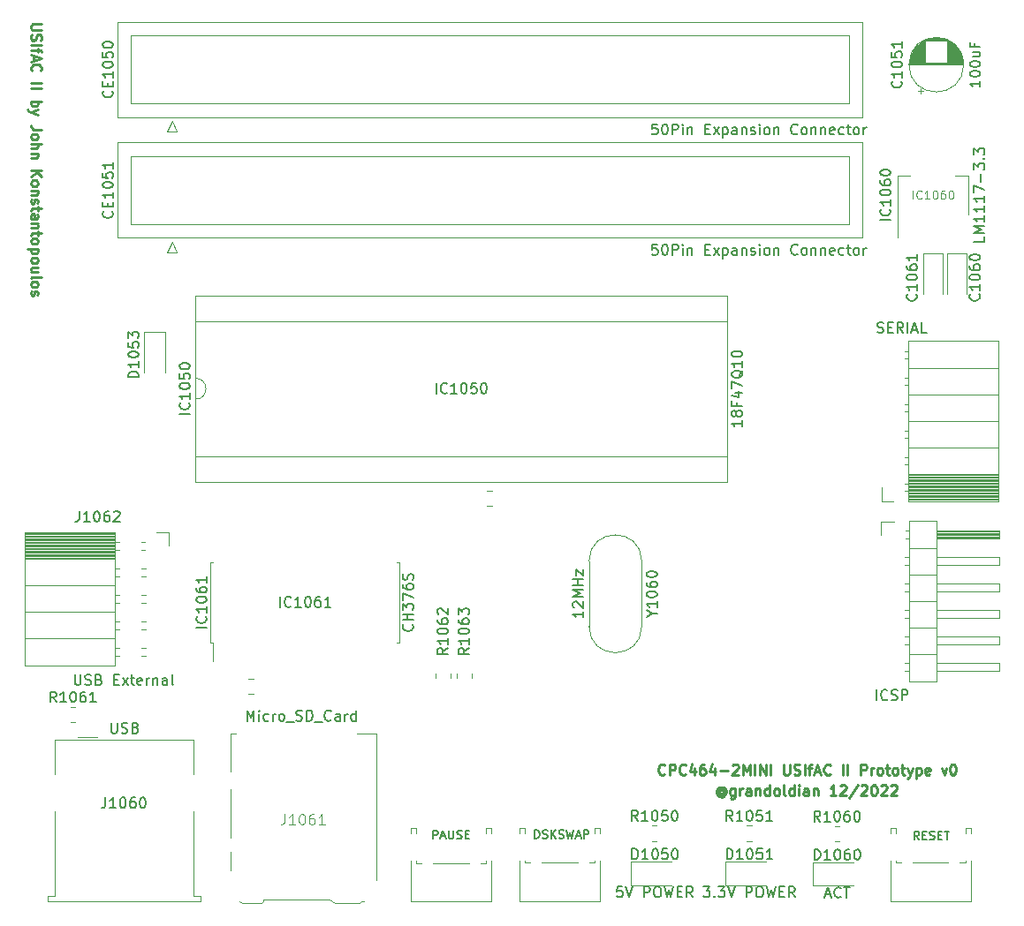
<source format=gbr>
%TF.GenerationSoftware,KiCad,Pcbnew,(6.0.7)*%
%TF.CreationDate,2023-01-02T01:59:54+00:00*%
%TF.ProjectId,CPC464-2MINIUSIFACII,43504334-3634-42d3-924d-494e49555349,rev?*%
%TF.SameCoordinates,Original*%
%TF.FileFunction,Legend,Top*%
%TF.FilePolarity,Positive*%
%FSLAX46Y46*%
G04 Gerber Fmt 4.6, Leading zero omitted, Abs format (unit mm)*
G04 Created by KiCad (PCBNEW (6.0.7)) date 2023-01-02 01:59:54*
%MOMM*%
%LPD*%
G01*
G04 APERTURE LIST*
%ADD10C,0.225000*%
%ADD11C,0.150000*%
%ADD12C,0.100000*%
%ADD13C,0.120000*%
G04 APERTURE END LIST*
D10*
X100532609Y-95759590D02*
X100484990Y-95711971D01*
X100389752Y-95664352D01*
X100294514Y-95664352D01*
X100199276Y-95711971D01*
X100151657Y-95759590D01*
X100104038Y-95854828D01*
X100104038Y-95950066D01*
X100151657Y-96045304D01*
X100199276Y-96092923D01*
X100294514Y-96140542D01*
X100389752Y-96140542D01*
X100484990Y-96092923D01*
X100532609Y-96045304D01*
X100532609Y-95664352D02*
X100532609Y-96045304D01*
X100580228Y-96092923D01*
X100627847Y-96092923D01*
X100723085Y-96045304D01*
X100770704Y-95950066D01*
X100770704Y-95711971D01*
X100675466Y-95569114D01*
X100532609Y-95473876D01*
X100342133Y-95426257D01*
X100151657Y-95473876D01*
X100008800Y-95569114D01*
X99913561Y-95711971D01*
X99865942Y-95902447D01*
X99913561Y-96092923D01*
X100008800Y-96235780D01*
X100151657Y-96331019D01*
X100342133Y-96378638D01*
X100532609Y-96331019D01*
X100675466Y-96235780D01*
X101627847Y-95569114D02*
X101627847Y-96378638D01*
X101580228Y-96473876D01*
X101532609Y-96521495D01*
X101437371Y-96569114D01*
X101294514Y-96569114D01*
X101199276Y-96521495D01*
X101627847Y-96188161D02*
X101532609Y-96235780D01*
X101342133Y-96235780D01*
X101246895Y-96188161D01*
X101199276Y-96140542D01*
X101151657Y-96045304D01*
X101151657Y-95759590D01*
X101199276Y-95664352D01*
X101246895Y-95616733D01*
X101342133Y-95569114D01*
X101532609Y-95569114D01*
X101627847Y-95616733D01*
X102104038Y-96235780D02*
X102104038Y-95569114D01*
X102104038Y-95759590D02*
X102151657Y-95664352D01*
X102199276Y-95616733D01*
X102294514Y-95569114D01*
X102389752Y-95569114D01*
X103151657Y-96235780D02*
X103151657Y-95711971D01*
X103104038Y-95616733D01*
X103008800Y-95569114D01*
X102818323Y-95569114D01*
X102723085Y-95616733D01*
X103151657Y-96188161D02*
X103056419Y-96235780D01*
X102818323Y-96235780D01*
X102723085Y-96188161D01*
X102675466Y-96092923D01*
X102675466Y-95997685D01*
X102723085Y-95902447D01*
X102818323Y-95854828D01*
X103056419Y-95854828D01*
X103151657Y-95807209D01*
X103627847Y-95569114D02*
X103627847Y-96235780D01*
X103627847Y-95664352D02*
X103675466Y-95616733D01*
X103770704Y-95569114D01*
X103913561Y-95569114D01*
X104008800Y-95616733D01*
X104056419Y-95711971D01*
X104056419Y-96235780D01*
X104961180Y-96235780D02*
X104961180Y-95235780D01*
X104961180Y-96188161D02*
X104865942Y-96235780D01*
X104675466Y-96235780D01*
X104580228Y-96188161D01*
X104532609Y-96140542D01*
X104484990Y-96045304D01*
X104484990Y-95759590D01*
X104532609Y-95664352D01*
X104580228Y-95616733D01*
X104675466Y-95569114D01*
X104865942Y-95569114D01*
X104961180Y-95616733D01*
X105580228Y-96235780D02*
X105484990Y-96188161D01*
X105437371Y-96140542D01*
X105389752Y-96045304D01*
X105389752Y-95759590D01*
X105437371Y-95664352D01*
X105484990Y-95616733D01*
X105580228Y-95569114D01*
X105723085Y-95569114D01*
X105818323Y-95616733D01*
X105865942Y-95664352D01*
X105913561Y-95759590D01*
X105913561Y-96045304D01*
X105865942Y-96140542D01*
X105818323Y-96188161D01*
X105723085Y-96235780D01*
X105580228Y-96235780D01*
X106484990Y-96235780D02*
X106389752Y-96188161D01*
X106342133Y-96092923D01*
X106342133Y-95235780D01*
X107294514Y-96235780D02*
X107294514Y-95235780D01*
X107294514Y-96188161D02*
X107199276Y-96235780D01*
X107008800Y-96235780D01*
X106913561Y-96188161D01*
X106865942Y-96140542D01*
X106818323Y-96045304D01*
X106818323Y-95759590D01*
X106865942Y-95664352D01*
X106913561Y-95616733D01*
X107008800Y-95569114D01*
X107199276Y-95569114D01*
X107294514Y-95616733D01*
X107770704Y-96235780D02*
X107770704Y-95569114D01*
X107770704Y-95235780D02*
X107723085Y-95283400D01*
X107770704Y-95331019D01*
X107818323Y-95283400D01*
X107770704Y-95235780D01*
X107770704Y-95331019D01*
X108675466Y-96235780D02*
X108675466Y-95711971D01*
X108627847Y-95616733D01*
X108532609Y-95569114D01*
X108342133Y-95569114D01*
X108246895Y-95616733D01*
X108675466Y-96188161D02*
X108580228Y-96235780D01*
X108342133Y-96235780D01*
X108246895Y-96188161D01*
X108199276Y-96092923D01*
X108199276Y-95997685D01*
X108246895Y-95902447D01*
X108342133Y-95854828D01*
X108580228Y-95854828D01*
X108675466Y-95807209D01*
X109151657Y-95569114D02*
X109151657Y-96235780D01*
X109151657Y-95664352D02*
X109199276Y-95616733D01*
X109294514Y-95569114D01*
X109437371Y-95569114D01*
X109532609Y-95616733D01*
X109580228Y-95711971D01*
X109580228Y-96235780D01*
X111342133Y-96235780D02*
X110770704Y-96235780D01*
X111056419Y-96235780D02*
X111056419Y-95235780D01*
X110961180Y-95378638D01*
X110865942Y-95473876D01*
X110770704Y-95521495D01*
X111723085Y-95331019D02*
X111770704Y-95283400D01*
X111865942Y-95235780D01*
X112104038Y-95235780D01*
X112199276Y-95283400D01*
X112246895Y-95331019D01*
X112294514Y-95426257D01*
X112294514Y-95521495D01*
X112246895Y-95664352D01*
X111675466Y-96235780D01*
X112294514Y-96235780D01*
X113437371Y-95188161D02*
X112580228Y-96473876D01*
X113723085Y-95331019D02*
X113770704Y-95283400D01*
X113865942Y-95235780D01*
X114104038Y-95235780D01*
X114199276Y-95283400D01*
X114246895Y-95331019D01*
X114294514Y-95426257D01*
X114294514Y-95521495D01*
X114246895Y-95664352D01*
X113675466Y-96235780D01*
X114294514Y-96235780D01*
X114913561Y-95235780D02*
X115008800Y-95235780D01*
X115104038Y-95283400D01*
X115151657Y-95331019D01*
X115199276Y-95426257D01*
X115246895Y-95616733D01*
X115246895Y-95854828D01*
X115199276Y-96045304D01*
X115151657Y-96140542D01*
X115104038Y-96188161D01*
X115008800Y-96235780D01*
X114913561Y-96235780D01*
X114818323Y-96188161D01*
X114770704Y-96140542D01*
X114723085Y-96045304D01*
X114675466Y-95854828D01*
X114675466Y-95616733D01*
X114723085Y-95426257D01*
X114770704Y-95331019D01*
X114818323Y-95283400D01*
X114913561Y-95235780D01*
X115627847Y-95331019D02*
X115675466Y-95283400D01*
X115770704Y-95235780D01*
X116008800Y-95235780D01*
X116104038Y-95283400D01*
X116151657Y-95331019D01*
X116199276Y-95426257D01*
X116199276Y-95521495D01*
X116151657Y-95664352D01*
X115580228Y-96235780D01*
X116199276Y-96235780D01*
X116580228Y-95331019D02*
X116627847Y-95283400D01*
X116723085Y-95235780D01*
X116961180Y-95235780D01*
X117056419Y-95283400D01*
X117104038Y-95331019D01*
X117151657Y-95426257D01*
X117151657Y-95521495D01*
X117104038Y-95664352D01*
X116532609Y-96235780D01*
X117151657Y-96235780D01*
X94916742Y-94159342D02*
X94869123Y-94206961D01*
X94726266Y-94254580D01*
X94631028Y-94254580D01*
X94488171Y-94206961D01*
X94392933Y-94111723D01*
X94345314Y-94016485D01*
X94297695Y-93826009D01*
X94297695Y-93683152D01*
X94345314Y-93492676D01*
X94392933Y-93397438D01*
X94488171Y-93302200D01*
X94631028Y-93254580D01*
X94726266Y-93254580D01*
X94869123Y-93302200D01*
X94916742Y-93349819D01*
X95345314Y-94254580D02*
X95345314Y-93254580D01*
X95726266Y-93254580D01*
X95821504Y-93302200D01*
X95869123Y-93349819D01*
X95916742Y-93445057D01*
X95916742Y-93587914D01*
X95869123Y-93683152D01*
X95821504Y-93730771D01*
X95726266Y-93778390D01*
X95345314Y-93778390D01*
X96916742Y-94159342D02*
X96869123Y-94206961D01*
X96726266Y-94254580D01*
X96631028Y-94254580D01*
X96488171Y-94206961D01*
X96392933Y-94111723D01*
X96345314Y-94016485D01*
X96297695Y-93826009D01*
X96297695Y-93683152D01*
X96345314Y-93492676D01*
X96392933Y-93397438D01*
X96488171Y-93302200D01*
X96631028Y-93254580D01*
X96726266Y-93254580D01*
X96869123Y-93302200D01*
X96916742Y-93349819D01*
X97773885Y-93587914D02*
X97773885Y-94254580D01*
X97535790Y-93206961D02*
X97297695Y-93921247D01*
X97916742Y-93921247D01*
X98726266Y-93254580D02*
X98535790Y-93254580D01*
X98440552Y-93302200D01*
X98392933Y-93349819D01*
X98297695Y-93492676D01*
X98250076Y-93683152D01*
X98250076Y-94064104D01*
X98297695Y-94159342D01*
X98345314Y-94206961D01*
X98440552Y-94254580D01*
X98631028Y-94254580D01*
X98726266Y-94206961D01*
X98773885Y-94159342D01*
X98821504Y-94064104D01*
X98821504Y-93826009D01*
X98773885Y-93730771D01*
X98726266Y-93683152D01*
X98631028Y-93635533D01*
X98440552Y-93635533D01*
X98345314Y-93683152D01*
X98297695Y-93730771D01*
X98250076Y-93826009D01*
X99678647Y-93587914D02*
X99678647Y-94254580D01*
X99440552Y-93206961D02*
X99202457Y-93921247D01*
X99821504Y-93921247D01*
X100202457Y-93873628D02*
X100964361Y-93873628D01*
X101392933Y-93349819D02*
X101440552Y-93302200D01*
X101535790Y-93254580D01*
X101773885Y-93254580D01*
X101869123Y-93302200D01*
X101916742Y-93349819D01*
X101964361Y-93445057D01*
X101964361Y-93540295D01*
X101916742Y-93683152D01*
X101345314Y-94254580D01*
X101964361Y-94254580D01*
X102392933Y-94254580D02*
X102392933Y-93254580D01*
X102726266Y-93968866D01*
X103059600Y-93254580D01*
X103059600Y-94254580D01*
X103535790Y-94254580D02*
X103535790Y-93254580D01*
X104011980Y-94254580D02*
X104011980Y-93254580D01*
X104583409Y-94254580D01*
X104583409Y-93254580D01*
X105059600Y-94254580D02*
X105059600Y-93254580D01*
X106297695Y-93254580D02*
X106297695Y-94064104D01*
X106345314Y-94159342D01*
X106392933Y-94206961D01*
X106488171Y-94254580D01*
X106678647Y-94254580D01*
X106773885Y-94206961D01*
X106821504Y-94159342D01*
X106869123Y-94064104D01*
X106869123Y-93254580D01*
X107297695Y-94206961D02*
X107440552Y-94254580D01*
X107678647Y-94254580D01*
X107773885Y-94206961D01*
X107821504Y-94159342D01*
X107869123Y-94064104D01*
X107869123Y-93968866D01*
X107821504Y-93873628D01*
X107773885Y-93826009D01*
X107678647Y-93778390D01*
X107488171Y-93730771D01*
X107392933Y-93683152D01*
X107345314Y-93635533D01*
X107297695Y-93540295D01*
X107297695Y-93445057D01*
X107345314Y-93349819D01*
X107392933Y-93302200D01*
X107488171Y-93254580D01*
X107726266Y-93254580D01*
X107869123Y-93302200D01*
X108297695Y-94254580D02*
X108297695Y-93254580D01*
X108631028Y-93587914D02*
X109011980Y-93587914D01*
X108773885Y-94254580D02*
X108773885Y-93397438D01*
X108821504Y-93302200D01*
X108916742Y-93254580D01*
X109011980Y-93254580D01*
X109297695Y-93968866D02*
X109773885Y-93968866D01*
X109202457Y-94254580D02*
X109535790Y-93254580D01*
X109869123Y-94254580D01*
X110773885Y-94159342D02*
X110726266Y-94206961D01*
X110583409Y-94254580D01*
X110488171Y-94254580D01*
X110345314Y-94206961D01*
X110250076Y-94111723D01*
X110202457Y-94016485D01*
X110154838Y-93826009D01*
X110154838Y-93683152D01*
X110202457Y-93492676D01*
X110250076Y-93397438D01*
X110345314Y-93302200D01*
X110488171Y-93254580D01*
X110583409Y-93254580D01*
X110726266Y-93302200D01*
X110773885Y-93349819D01*
X111964361Y-94254580D02*
X111964361Y-93254580D01*
X112440552Y-94254580D02*
X112440552Y-93254580D01*
X113678647Y-94254580D02*
X113678647Y-93254580D01*
X114059600Y-93254580D01*
X114154838Y-93302200D01*
X114202457Y-93349819D01*
X114250076Y-93445057D01*
X114250076Y-93587914D01*
X114202457Y-93683152D01*
X114154838Y-93730771D01*
X114059600Y-93778390D01*
X113678647Y-93778390D01*
X114678647Y-94254580D02*
X114678647Y-93587914D01*
X114678647Y-93778390D02*
X114726266Y-93683152D01*
X114773885Y-93635533D01*
X114869123Y-93587914D01*
X114964361Y-93587914D01*
X115440552Y-94254580D02*
X115345314Y-94206961D01*
X115297695Y-94159342D01*
X115250076Y-94064104D01*
X115250076Y-93778390D01*
X115297695Y-93683152D01*
X115345314Y-93635533D01*
X115440552Y-93587914D01*
X115583409Y-93587914D01*
X115678647Y-93635533D01*
X115726266Y-93683152D01*
X115773885Y-93778390D01*
X115773885Y-94064104D01*
X115726266Y-94159342D01*
X115678647Y-94206961D01*
X115583409Y-94254580D01*
X115440552Y-94254580D01*
X116059600Y-93587914D02*
X116440552Y-93587914D01*
X116202457Y-93254580D02*
X116202457Y-94111723D01*
X116250076Y-94206961D01*
X116345314Y-94254580D01*
X116440552Y-94254580D01*
X116916742Y-94254580D02*
X116821504Y-94206961D01*
X116773885Y-94159342D01*
X116726266Y-94064104D01*
X116726266Y-93778390D01*
X116773885Y-93683152D01*
X116821504Y-93635533D01*
X116916742Y-93587914D01*
X117059599Y-93587914D01*
X117154838Y-93635533D01*
X117202457Y-93683152D01*
X117250076Y-93778390D01*
X117250076Y-94064104D01*
X117202457Y-94159342D01*
X117154838Y-94206961D01*
X117059599Y-94254580D01*
X116916742Y-94254580D01*
X117535790Y-93587914D02*
X117916742Y-93587914D01*
X117678647Y-93254580D02*
X117678647Y-94111723D01*
X117726266Y-94206961D01*
X117821504Y-94254580D01*
X117916742Y-94254580D01*
X118154838Y-93587914D02*
X118392933Y-94254580D01*
X118631028Y-93587914D02*
X118392933Y-94254580D01*
X118297695Y-94492676D01*
X118250076Y-94540295D01*
X118154838Y-94587914D01*
X119011980Y-93587914D02*
X119011980Y-94587914D01*
X119011980Y-93635533D02*
X119107219Y-93587914D01*
X119297695Y-93587914D01*
X119392933Y-93635533D01*
X119440552Y-93683152D01*
X119488171Y-93778390D01*
X119488171Y-94064104D01*
X119440552Y-94159342D01*
X119392933Y-94206961D01*
X119297695Y-94254580D01*
X119107219Y-94254580D01*
X119011980Y-94206961D01*
X120297695Y-94206961D02*
X120202457Y-94254580D01*
X120011980Y-94254580D01*
X119916742Y-94206961D01*
X119869123Y-94111723D01*
X119869123Y-93730771D01*
X119916742Y-93635533D01*
X120011980Y-93587914D01*
X120202457Y-93587914D01*
X120297695Y-93635533D01*
X120345314Y-93730771D01*
X120345314Y-93826009D01*
X119869123Y-93921247D01*
X121440552Y-93587914D02*
X121678647Y-94254580D01*
X121916742Y-93587914D01*
X122488171Y-93254580D02*
X122583409Y-93254580D01*
X122678647Y-93302200D01*
X122726266Y-93349819D01*
X122773885Y-93445057D01*
X122821504Y-93635533D01*
X122821504Y-93873628D01*
X122773885Y-94064104D01*
X122726266Y-94159342D01*
X122678647Y-94206961D01*
X122583409Y-94254580D01*
X122488171Y-94254580D01*
X122392933Y-94206961D01*
X122345314Y-94159342D01*
X122297695Y-94064104D01*
X122250076Y-93873628D01*
X122250076Y-93635533D01*
X122297695Y-93445057D01*
X122345314Y-93349819D01*
X122392933Y-93302200D01*
X122488171Y-93254580D01*
X35167819Y-22255199D02*
X34358295Y-22255199D01*
X34263057Y-22302819D01*
X34215438Y-22350438D01*
X34167819Y-22445676D01*
X34167819Y-22636152D01*
X34215438Y-22731390D01*
X34263057Y-22779009D01*
X34358295Y-22826628D01*
X35167819Y-22826628D01*
X34215438Y-23255199D02*
X34167819Y-23398057D01*
X34167819Y-23636152D01*
X34215438Y-23731390D01*
X34263057Y-23779009D01*
X34358295Y-23826628D01*
X34453533Y-23826628D01*
X34548771Y-23779009D01*
X34596390Y-23731390D01*
X34644009Y-23636152D01*
X34691628Y-23445676D01*
X34739247Y-23350438D01*
X34786866Y-23302819D01*
X34882104Y-23255199D01*
X34977342Y-23255199D01*
X35072580Y-23302819D01*
X35120200Y-23350438D01*
X35167819Y-23445676D01*
X35167819Y-23683771D01*
X35120200Y-23826628D01*
X34167819Y-24255199D02*
X35167819Y-24255199D01*
X34834485Y-24588533D02*
X34834485Y-24969485D01*
X34167819Y-24731390D02*
X35024961Y-24731390D01*
X35120200Y-24779009D01*
X35167819Y-24874247D01*
X35167819Y-24969485D01*
X34453533Y-25255199D02*
X34453533Y-25731390D01*
X34167819Y-25159961D02*
X35167819Y-25493295D01*
X34167819Y-25826628D01*
X34263057Y-26731390D02*
X34215438Y-26683771D01*
X34167819Y-26540914D01*
X34167819Y-26445676D01*
X34215438Y-26302819D01*
X34310676Y-26207580D01*
X34405914Y-26159961D01*
X34596390Y-26112342D01*
X34739247Y-26112342D01*
X34929723Y-26159961D01*
X35024961Y-26207580D01*
X35120200Y-26302819D01*
X35167819Y-26445676D01*
X35167819Y-26540914D01*
X35120200Y-26683771D01*
X35072580Y-26731390D01*
X34167819Y-27921866D02*
X35167819Y-27921866D01*
X34167819Y-28398057D02*
X35167819Y-28398057D01*
X34167819Y-29636152D02*
X35167819Y-29636152D01*
X34786866Y-29636152D02*
X34834485Y-29731390D01*
X34834485Y-29921866D01*
X34786866Y-30017104D01*
X34739247Y-30064723D01*
X34644009Y-30112342D01*
X34358295Y-30112342D01*
X34263057Y-30064723D01*
X34215438Y-30017104D01*
X34167819Y-29921866D01*
X34167819Y-29731390D01*
X34215438Y-29636152D01*
X34834485Y-30445676D02*
X34167819Y-30683771D01*
X34834485Y-30921866D02*
X34167819Y-30683771D01*
X33929723Y-30588533D01*
X33882104Y-30540914D01*
X33834485Y-30445676D01*
X35167819Y-32350438D02*
X34453533Y-32350438D01*
X34310676Y-32302819D01*
X34215438Y-32207580D01*
X34167819Y-32064723D01*
X34167819Y-31969485D01*
X34167819Y-32969485D02*
X34215438Y-32874247D01*
X34263057Y-32826628D01*
X34358295Y-32779009D01*
X34644009Y-32779009D01*
X34739247Y-32826628D01*
X34786866Y-32874247D01*
X34834485Y-32969485D01*
X34834485Y-33112342D01*
X34786866Y-33207580D01*
X34739247Y-33255199D01*
X34644009Y-33302819D01*
X34358295Y-33302819D01*
X34263057Y-33255199D01*
X34215438Y-33207580D01*
X34167819Y-33112342D01*
X34167819Y-32969485D01*
X34167819Y-33731390D02*
X35167819Y-33731390D01*
X34167819Y-34159961D02*
X34691628Y-34159961D01*
X34786866Y-34112342D01*
X34834485Y-34017104D01*
X34834485Y-33874247D01*
X34786866Y-33779009D01*
X34739247Y-33731390D01*
X34834485Y-34636152D02*
X34167819Y-34636152D01*
X34739247Y-34636152D02*
X34786866Y-34683771D01*
X34834485Y-34779009D01*
X34834485Y-34921866D01*
X34786866Y-35017104D01*
X34691628Y-35064723D01*
X34167819Y-35064723D01*
X34167819Y-36302819D02*
X35167819Y-36302819D01*
X34167819Y-36874247D02*
X34739247Y-36445676D01*
X35167819Y-36874247D02*
X34596390Y-36302819D01*
X34167819Y-37445676D02*
X34215438Y-37350438D01*
X34263057Y-37302819D01*
X34358295Y-37255199D01*
X34644009Y-37255199D01*
X34739247Y-37302819D01*
X34786866Y-37350438D01*
X34834485Y-37445676D01*
X34834485Y-37588533D01*
X34786866Y-37683771D01*
X34739247Y-37731390D01*
X34644009Y-37779009D01*
X34358295Y-37779009D01*
X34263057Y-37731390D01*
X34215438Y-37683771D01*
X34167819Y-37588533D01*
X34167819Y-37445676D01*
X34834485Y-38207580D02*
X34167819Y-38207580D01*
X34739247Y-38207580D02*
X34786866Y-38255199D01*
X34834485Y-38350438D01*
X34834485Y-38493295D01*
X34786866Y-38588533D01*
X34691628Y-38636152D01*
X34167819Y-38636152D01*
X34215438Y-39064723D02*
X34167819Y-39159961D01*
X34167819Y-39350438D01*
X34215438Y-39445676D01*
X34310676Y-39493295D01*
X34358295Y-39493295D01*
X34453533Y-39445676D01*
X34501152Y-39350438D01*
X34501152Y-39207580D01*
X34548771Y-39112342D01*
X34644009Y-39064723D01*
X34691628Y-39064723D01*
X34786866Y-39112342D01*
X34834485Y-39207580D01*
X34834485Y-39350438D01*
X34786866Y-39445676D01*
X34834485Y-39779009D02*
X34834485Y-40159961D01*
X35167819Y-39921866D02*
X34310676Y-39921866D01*
X34215438Y-39969485D01*
X34167819Y-40064723D01*
X34167819Y-40159961D01*
X34167819Y-40921866D02*
X34691628Y-40921866D01*
X34786866Y-40874247D01*
X34834485Y-40779009D01*
X34834485Y-40588533D01*
X34786866Y-40493295D01*
X34215438Y-40921866D02*
X34167819Y-40826628D01*
X34167819Y-40588533D01*
X34215438Y-40493295D01*
X34310676Y-40445676D01*
X34405914Y-40445676D01*
X34501152Y-40493295D01*
X34548771Y-40588533D01*
X34548771Y-40826628D01*
X34596390Y-40921866D01*
X34834485Y-41398057D02*
X34167819Y-41398057D01*
X34739247Y-41398057D02*
X34786866Y-41445676D01*
X34834485Y-41540914D01*
X34834485Y-41683771D01*
X34786866Y-41779009D01*
X34691628Y-41826628D01*
X34167819Y-41826628D01*
X34834485Y-42159961D02*
X34834485Y-42540914D01*
X35167819Y-42302819D02*
X34310676Y-42302819D01*
X34215438Y-42350438D01*
X34167819Y-42445676D01*
X34167819Y-42540914D01*
X34167819Y-43017104D02*
X34215438Y-42921866D01*
X34263057Y-42874247D01*
X34358295Y-42826628D01*
X34644009Y-42826628D01*
X34739247Y-42874247D01*
X34786866Y-42921866D01*
X34834485Y-43017104D01*
X34834485Y-43159961D01*
X34786866Y-43255199D01*
X34739247Y-43302819D01*
X34644009Y-43350438D01*
X34358295Y-43350438D01*
X34263057Y-43302819D01*
X34215438Y-43255199D01*
X34167819Y-43159961D01*
X34167819Y-43017104D01*
X34834485Y-43779009D02*
X33834485Y-43779009D01*
X34786866Y-43779009D02*
X34834485Y-43874247D01*
X34834485Y-44064723D01*
X34786866Y-44159961D01*
X34739247Y-44207580D01*
X34644009Y-44255199D01*
X34358295Y-44255199D01*
X34263057Y-44207580D01*
X34215438Y-44159961D01*
X34167819Y-44064723D01*
X34167819Y-43874247D01*
X34215438Y-43779009D01*
X34167819Y-44826628D02*
X34215438Y-44731390D01*
X34263057Y-44683771D01*
X34358295Y-44636152D01*
X34644009Y-44636152D01*
X34739247Y-44683771D01*
X34786866Y-44731390D01*
X34834485Y-44826628D01*
X34834485Y-44969485D01*
X34786866Y-45064723D01*
X34739247Y-45112342D01*
X34644009Y-45159961D01*
X34358295Y-45159961D01*
X34263057Y-45112342D01*
X34215438Y-45064723D01*
X34167819Y-44969485D01*
X34167819Y-44826628D01*
X34834485Y-46017104D02*
X34167819Y-46017104D01*
X34834485Y-45588533D02*
X34310676Y-45588533D01*
X34215438Y-45636152D01*
X34167819Y-45731390D01*
X34167819Y-45874247D01*
X34215438Y-45969485D01*
X34263057Y-46017104D01*
X34167819Y-46636152D02*
X34215438Y-46540914D01*
X34310676Y-46493295D01*
X35167819Y-46493295D01*
X34167819Y-47159961D02*
X34215438Y-47064723D01*
X34263057Y-47017104D01*
X34358295Y-46969485D01*
X34644009Y-46969485D01*
X34739247Y-47017104D01*
X34786866Y-47064723D01*
X34834485Y-47159961D01*
X34834485Y-47302819D01*
X34786866Y-47398057D01*
X34739247Y-47445676D01*
X34644009Y-47493295D01*
X34358295Y-47493295D01*
X34263057Y-47445676D01*
X34215438Y-47398057D01*
X34167819Y-47302819D01*
X34167819Y-47159961D01*
X34215438Y-47874247D02*
X34167819Y-47969485D01*
X34167819Y-48159961D01*
X34215438Y-48255199D01*
X34310676Y-48302819D01*
X34358295Y-48302819D01*
X34453533Y-48255199D01*
X34501152Y-48159961D01*
X34501152Y-48017104D01*
X34548771Y-47921866D01*
X34644009Y-47874247D01*
X34691628Y-47874247D01*
X34786866Y-47921866D01*
X34834485Y-48017104D01*
X34834485Y-48159961D01*
X34786866Y-48255199D01*
D11*
%TO.C,SW1052*%
X82442371Y-100361704D02*
X82442371Y-99561704D01*
X82632847Y-99561704D01*
X82747133Y-99599800D01*
X82823323Y-99675990D01*
X82861419Y-99752180D01*
X82899514Y-99904561D01*
X82899514Y-100018847D01*
X82861419Y-100171228D01*
X82823323Y-100247419D01*
X82747133Y-100323609D01*
X82632847Y-100361704D01*
X82442371Y-100361704D01*
X83204276Y-100323609D02*
X83318561Y-100361704D01*
X83509038Y-100361704D01*
X83585228Y-100323609D01*
X83623323Y-100285514D01*
X83661419Y-100209323D01*
X83661419Y-100133133D01*
X83623323Y-100056942D01*
X83585228Y-100018847D01*
X83509038Y-99980752D01*
X83356657Y-99942657D01*
X83280466Y-99904561D01*
X83242371Y-99866466D01*
X83204276Y-99790276D01*
X83204276Y-99714085D01*
X83242371Y-99637895D01*
X83280466Y-99599800D01*
X83356657Y-99561704D01*
X83547133Y-99561704D01*
X83661419Y-99599800D01*
X84004276Y-100361704D02*
X84004276Y-99561704D01*
X84461419Y-100361704D02*
X84118561Y-99904561D01*
X84461419Y-99561704D02*
X84004276Y-100018847D01*
X84766180Y-100323609D02*
X84880466Y-100361704D01*
X85070942Y-100361704D01*
X85147133Y-100323609D01*
X85185228Y-100285514D01*
X85223323Y-100209323D01*
X85223323Y-100133133D01*
X85185228Y-100056942D01*
X85147133Y-100018847D01*
X85070942Y-99980752D01*
X84918561Y-99942657D01*
X84842371Y-99904561D01*
X84804276Y-99866466D01*
X84766180Y-99790276D01*
X84766180Y-99714085D01*
X84804276Y-99637895D01*
X84842371Y-99599800D01*
X84918561Y-99561704D01*
X85109038Y-99561704D01*
X85223323Y-99599800D01*
X85489990Y-99561704D02*
X85680466Y-100361704D01*
X85832847Y-99790276D01*
X85985228Y-100361704D01*
X86175704Y-99561704D01*
X86442371Y-100133133D02*
X86823323Y-100133133D01*
X86366180Y-100361704D02*
X86632847Y-99561704D01*
X86899514Y-100361704D01*
X87166180Y-100361704D02*
X87166180Y-99561704D01*
X87470942Y-99561704D01*
X87547133Y-99599800D01*
X87585228Y-99637895D01*
X87623323Y-99714085D01*
X87623323Y-99828371D01*
X87585228Y-99904561D01*
X87547133Y-99942657D01*
X87470942Y-99980752D01*
X87166180Y-99980752D01*
%TO.C,CE1050*%
X41932942Y-28666819D02*
X41980561Y-28714438D01*
X42028180Y-28857295D01*
X42028180Y-28952533D01*
X41980561Y-29095390D01*
X41885323Y-29190628D01*
X41790085Y-29238247D01*
X41599609Y-29285866D01*
X41456752Y-29285866D01*
X41266276Y-29238247D01*
X41171038Y-29190628D01*
X41075800Y-29095390D01*
X41028180Y-28952533D01*
X41028180Y-28857295D01*
X41075800Y-28714438D01*
X41123419Y-28666819D01*
X41504371Y-28238247D02*
X41504371Y-27904914D01*
X42028180Y-27762057D02*
X42028180Y-28238247D01*
X41028180Y-28238247D01*
X41028180Y-27762057D01*
X42028180Y-26809676D02*
X42028180Y-27381104D01*
X42028180Y-27095390D02*
X41028180Y-27095390D01*
X41171038Y-27190628D01*
X41266276Y-27285866D01*
X41313895Y-27381104D01*
X41028180Y-26190628D02*
X41028180Y-26095390D01*
X41075800Y-26000152D01*
X41123419Y-25952533D01*
X41218657Y-25904914D01*
X41409133Y-25857295D01*
X41647228Y-25857295D01*
X41837704Y-25904914D01*
X41932942Y-25952533D01*
X41980561Y-26000152D01*
X42028180Y-26095390D01*
X42028180Y-26190628D01*
X41980561Y-26285866D01*
X41932942Y-26333485D01*
X41837704Y-26381104D01*
X41647228Y-26428723D01*
X41409133Y-26428723D01*
X41218657Y-26381104D01*
X41123419Y-26333485D01*
X41075800Y-26285866D01*
X41028180Y-26190628D01*
X41028180Y-24952533D02*
X41028180Y-25428723D01*
X41504371Y-25476342D01*
X41456752Y-25428723D01*
X41409133Y-25333485D01*
X41409133Y-25095390D01*
X41456752Y-25000152D01*
X41504371Y-24952533D01*
X41599609Y-24904914D01*
X41837704Y-24904914D01*
X41932942Y-24952533D01*
X41980561Y-25000152D01*
X42028180Y-25095390D01*
X42028180Y-25333485D01*
X41980561Y-25428723D01*
X41932942Y-25476342D01*
X41028180Y-24285866D02*
X41028180Y-24190628D01*
X41075800Y-24095390D01*
X41123419Y-24047771D01*
X41218657Y-24000152D01*
X41409133Y-23952533D01*
X41647228Y-23952533D01*
X41837704Y-24000152D01*
X41932942Y-24047771D01*
X41980561Y-24095390D01*
X42028180Y-24190628D01*
X42028180Y-24285866D01*
X41980561Y-24381104D01*
X41932942Y-24428723D01*
X41837704Y-24476342D01*
X41647228Y-24523961D01*
X41409133Y-24523961D01*
X41218657Y-24476342D01*
X41123419Y-24428723D01*
X41075800Y-24381104D01*
X41028180Y-24285866D01*
X94197114Y-31837380D02*
X93720923Y-31837380D01*
X93673304Y-32313571D01*
X93720923Y-32265952D01*
X93816161Y-32218333D01*
X94054257Y-32218333D01*
X94149495Y-32265952D01*
X94197114Y-32313571D01*
X94244733Y-32408809D01*
X94244733Y-32646904D01*
X94197114Y-32742142D01*
X94149495Y-32789761D01*
X94054257Y-32837380D01*
X93816161Y-32837380D01*
X93720923Y-32789761D01*
X93673304Y-32742142D01*
X94863780Y-31837380D02*
X94959019Y-31837380D01*
X95054257Y-31885000D01*
X95101876Y-31932619D01*
X95149495Y-32027857D01*
X95197114Y-32218333D01*
X95197114Y-32456428D01*
X95149495Y-32646904D01*
X95101876Y-32742142D01*
X95054257Y-32789761D01*
X94959019Y-32837380D01*
X94863780Y-32837380D01*
X94768542Y-32789761D01*
X94720923Y-32742142D01*
X94673304Y-32646904D01*
X94625685Y-32456428D01*
X94625685Y-32218333D01*
X94673304Y-32027857D01*
X94720923Y-31932619D01*
X94768542Y-31885000D01*
X94863780Y-31837380D01*
X95625685Y-32837380D02*
X95625685Y-31837380D01*
X96006638Y-31837380D01*
X96101876Y-31885000D01*
X96149495Y-31932619D01*
X96197114Y-32027857D01*
X96197114Y-32170714D01*
X96149495Y-32265952D01*
X96101876Y-32313571D01*
X96006638Y-32361190D01*
X95625685Y-32361190D01*
X96625685Y-32837380D02*
X96625685Y-32170714D01*
X96625685Y-31837380D02*
X96578066Y-31885000D01*
X96625685Y-31932619D01*
X96673304Y-31885000D01*
X96625685Y-31837380D01*
X96625685Y-31932619D01*
X97101876Y-32170714D02*
X97101876Y-32837380D01*
X97101876Y-32265952D02*
X97149495Y-32218333D01*
X97244733Y-32170714D01*
X97387590Y-32170714D01*
X97482828Y-32218333D01*
X97530447Y-32313571D01*
X97530447Y-32837380D01*
X98768542Y-32313571D02*
X99101876Y-32313571D01*
X99244733Y-32837380D02*
X98768542Y-32837380D01*
X98768542Y-31837380D01*
X99244733Y-31837380D01*
X99578066Y-32837380D02*
X100101876Y-32170714D01*
X99578066Y-32170714D02*
X100101876Y-32837380D01*
X100482828Y-32170714D02*
X100482828Y-33170714D01*
X100482828Y-32218333D02*
X100578066Y-32170714D01*
X100768542Y-32170714D01*
X100863780Y-32218333D01*
X100911400Y-32265952D01*
X100959019Y-32361190D01*
X100959019Y-32646904D01*
X100911400Y-32742142D01*
X100863780Y-32789761D01*
X100768542Y-32837380D01*
X100578066Y-32837380D01*
X100482828Y-32789761D01*
X101816161Y-32837380D02*
X101816161Y-32313571D01*
X101768542Y-32218333D01*
X101673304Y-32170714D01*
X101482828Y-32170714D01*
X101387590Y-32218333D01*
X101816161Y-32789761D02*
X101720923Y-32837380D01*
X101482828Y-32837380D01*
X101387590Y-32789761D01*
X101339971Y-32694523D01*
X101339971Y-32599285D01*
X101387590Y-32504047D01*
X101482828Y-32456428D01*
X101720923Y-32456428D01*
X101816161Y-32408809D01*
X102292352Y-32170714D02*
X102292352Y-32837380D01*
X102292352Y-32265952D02*
X102339971Y-32218333D01*
X102435209Y-32170714D01*
X102578066Y-32170714D01*
X102673304Y-32218333D01*
X102720923Y-32313571D01*
X102720923Y-32837380D01*
X103149495Y-32789761D02*
X103244733Y-32837380D01*
X103435209Y-32837380D01*
X103530447Y-32789761D01*
X103578066Y-32694523D01*
X103578066Y-32646904D01*
X103530447Y-32551666D01*
X103435209Y-32504047D01*
X103292352Y-32504047D01*
X103197114Y-32456428D01*
X103149495Y-32361190D01*
X103149495Y-32313571D01*
X103197114Y-32218333D01*
X103292352Y-32170714D01*
X103435209Y-32170714D01*
X103530447Y-32218333D01*
X104006638Y-32837380D02*
X104006638Y-32170714D01*
X104006638Y-31837380D02*
X103959019Y-31885000D01*
X104006638Y-31932619D01*
X104054257Y-31885000D01*
X104006638Y-31837380D01*
X104006638Y-31932619D01*
X104625685Y-32837380D02*
X104530447Y-32789761D01*
X104482828Y-32742142D01*
X104435209Y-32646904D01*
X104435209Y-32361190D01*
X104482828Y-32265952D01*
X104530447Y-32218333D01*
X104625685Y-32170714D01*
X104768542Y-32170714D01*
X104863780Y-32218333D01*
X104911400Y-32265952D01*
X104959019Y-32361190D01*
X104959019Y-32646904D01*
X104911400Y-32742142D01*
X104863780Y-32789761D01*
X104768542Y-32837380D01*
X104625685Y-32837380D01*
X105387590Y-32170714D02*
X105387590Y-32837380D01*
X105387590Y-32265952D02*
X105435209Y-32218333D01*
X105530447Y-32170714D01*
X105673304Y-32170714D01*
X105768542Y-32218333D01*
X105816161Y-32313571D01*
X105816161Y-32837380D01*
X107625685Y-32742142D02*
X107578066Y-32789761D01*
X107435209Y-32837380D01*
X107339971Y-32837380D01*
X107197114Y-32789761D01*
X107101876Y-32694523D01*
X107054257Y-32599285D01*
X107006638Y-32408809D01*
X107006638Y-32265952D01*
X107054257Y-32075476D01*
X107101876Y-31980238D01*
X107197114Y-31885000D01*
X107339971Y-31837380D01*
X107435209Y-31837380D01*
X107578066Y-31885000D01*
X107625685Y-31932619D01*
X108197114Y-32837380D02*
X108101876Y-32789761D01*
X108054257Y-32742142D01*
X108006638Y-32646904D01*
X108006638Y-32361190D01*
X108054257Y-32265952D01*
X108101876Y-32218333D01*
X108197114Y-32170714D01*
X108339971Y-32170714D01*
X108435209Y-32218333D01*
X108482828Y-32265952D01*
X108530447Y-32361190D01*
X108530447Y-32646904D01*
X108482828Y-32742142D01*
X108435209Y-32789761D01*
X108339971Y-32837380D01*
X108197114Y-32837380D01*
X108959019Y-32170714D02*
X108959019Y-32837380D01*
X108959019Y-32265952D02*
X109006638Y-32218333D01*
X109101876Y-32170714D01*
X109244733Y-32170714D01*
X109339971Y-32218333D01*
X109387590Y-32313571D01*
X109387590Y-32837380D01*
X109863780Y-32170714D02*
X109863780Y-32837380D01*
X109863780Y-32265952D02*
X109911400Y-32218333D01*
X110006638Y-32170714D01*
X110149495Y-32170714D01*
X110244733Y-32218333D01*
X110292352Y-32313571D01*
X110292352Y-32837380D01*
X111149495Y-32789761D02*
X111054257Y-32837380D01*
X110863780Y-32837380D01*
X110768542Y-32789761D01*
X110720923Y-32694523D01*
X110720923Y-32313571D01*
X110768542Y-32218333D01*
X110863780Y-32170714D01*
X111054257Y-32170714D01*
X111149495Y-32218333D01*
X111197114Y-32313571D01*
X111197114Y-32408809D01*
X110720923Y-32504047D01*
X112054257Y-32789761D02*
X111959019Y-32837380D01*
X111768542Y-32837380D01*
X111673304Y-32789761D01*
X111625685Y-32742142D01*
X111578066Y-32646904D01*
X111578066Y-32361190D01*
X111625685Y-32265952D01*
X111673304Y-32218333D01*
X111768542Y-32170714D01*
X111959019Y-32170714D01*
X112054257Y-32218333D01*
X112339971Y-32170714D02*
X112720923Y-32170714D01*
X112482828Y-31837380D02*
X112482828Y-32694523D01*
X112530447Y-32789761D01*
X112625685Y-32837380D01*
X112720923Y-32837380D01*
X113197114Y-32837380D02*
X113101876Y-32789761D01*
X113054257Y-32742142D01*
X113006638Y-32646904D01*
X113006638Y-32361190D01*
X113054257Y-32265952D01*
X113101876Y-32218333D01*
X113197114Y-32170714D01*
X113339971Y-32170714D01*
X113435209Y-32218333D01*
X113482828Y-32265952D01*
X113530447Y-32361190D01*
X113530447Y-32646904D01*
X113482828Y-32742142D01*
X113435209Y-32789761D01*
X113339971Y-32837380D01*
X113197114Y-32837380D01*
X113959019Y-32837380D02*
X113959019Y-32170714D01*
X113959019Y-32361190D02*
X114006638Y-32265952D01*
X114054257Y-32218333D01*
X114149495Y-32170714D01*
X114244733Y-32170714D01*
%TO.C,Y1060*%
X93681190Y-78794761D02*
X94157380Y-78794761D01*
X93157380Y-79128095D02*
X93681190Y-78794761D01*
X93157380Y-78461428D01*
X94157380Y-77604285D02*
X94157380Y-78175714D01*
X94157380Y-77890000D02*
X93157380Y-77890000D01*
X93300238Y-77985238D01*
X93395476Y-78080476D01*
X93443095Y-78175714D01*
X93157380Y-76985238D02*
X93157380Y-76890000D01*
X93205000Y-76794761D01*
X93252619Y-76747142D01*
X93347857Y-76699523D01*
X93538333Y-76651904D01*
X93776428Y-76651904D01*
X93966904Y-76699523D01*
X94062142Y-76747142D01*
X94109761Y-76794761D01*
X94157380Y-76890000D01*
X94157380Y-76985238D01*
X94109761Y-77080476D01*
X94062142Y-77128095D01*
X93966904Y-77175714D01*
X93776428Y-77223333D01*
X93538333Y-77223333D01*
X93347857Y-77175714D01*
X93252619Y-77128095D01*
X93205000Y-77080476D01*
X93157380Y-76985238D01*
X93157380Y-75794761D02*
X93157380Y-75985238D01*
X93205000Y-76080476D01*
X93252619Y-76128095D01*
X93395476Y-76223333D01*
X93585952Y-76270952D01*
X93966904Y-76270952D01*
X94062142Y-76223333D01*
X94109761Y-76175714D01*
X94157380Y-76080476D01*
X94157380Y-75890000D01*
X94109761Y-75794761D01*
X94062142Y-75747142D01*
X93966904Y-75699523D01*
X93728809Y-75699523D01*
X93633571Y-75747142D01*
X93585952Y-75794761D01*
X93538333Y-75890000D01*
X93538333Y-76080476D01*
X93585952Y-76175714D01*
X93633571Y-76223333D01*
X93728809Y-76270952D01*
X93157380Y-75080476D02*
X93157380Y-74985238D01*
X93205000Y-74890000D01*
X93252619Y-74842380D01*
X93347857Y-74794761D01*
X93538333Y-74747142D01*
X93776428Y-74747142D01*
X93966904Y-74794761D01*
X94062142Y-74842380D01*
X94109761Y-74890000D01*
X94157380Y-74985238D01*
X94157380Y-75080476D01*
X94109761Y-75175714D01*
X94062142Y-75223333D01*
X93966904Y-75270952D01*
X93776428Y-75318571D01*
X93538333Y-75318571D01*
X93347857Y-75270952D01*
X93252619Y-75223333D01*
X93205000Y-75175714D01*
X93157380Y-75080476D01*
X87107380Y-78580476D02*
X87107380Y-79151904D01*
X87107380Y-78866190D02*
X86107380Y-78866190D01*
X86250238Y-78961428D01*
X86345476Y-79056666D01*
X86393095Y-79151904D01*
X86202619Y-78199523D02*
X86155000Y-78151904D01*
X86107380Y-78056666D01*
X86107380Y-77818571D01*
X86155000Y-77723333D01*
X86202619Y-77675714D01*
X86297857Y-77628095D01*
X86393095Y-77628095D01*
X86535952Y-77675714D01*
X87107380Y-78247142D01*
X87107380Y-77628095D01*
X87107380Y-77199523D02*
X86107380Y-77199523D01*
X86821666Y-76866190D01*
X86107380Y-76532857D01*
X87107380Y-76532857D01*
X87107380Y-76056666D02*
X86107380Y-76056666D01*
X86583571Y-76056666D02*
X86583571Y-75485238D01*
X87107380Y-75485238D02*
X86107380Y-75485238D01*
X86440714Y-75104285D02*
X86440714Y-74580476D01*
X87107380Y-75104285D01*
X87107380Y-74580476D01*
%TO.C,R1061*%
X36594761Y-87292380D02*
X36261428Y-86816190D01*
X36023333Y-87292380D02*
X36023333Y-86292380D01*
X36404285Y-86292380D01*
X36499523Y-86340000D01*
X36547142Y-86387619D01*
X36594761Y-86482857D01*
X36594761Y-86625714D01*
X36547142Y-86720952D01*
X36499523Y-86768571D01*
X36404285Y-86816190D01*
X36023333Y-86816190D01*
X37547142Y-87292380D02*
X36975714Y-87292380D01*
X37261428Y-87292380D02*
X37261428Y-86292380D01*
X37166190Y-86435238D01*
X37070952Y-86530476D01*
X36975714Y-86578095D01*
X38166190Y-86292380D02*
X38261428Y-86292380D01*
X38356666Y-86340000D01*
X38404285Y-86387619D01*
X38451904Y-86482857D01*
X38499523Y-86673333D01*
X38499523Y-86911428D01*
X38451904Y-87101904D01*
X38404285Y-87197142D01*
X38356666Y-87244761D01*
X38261428Y-87292380D01*
X38166190Y-87292380D01*
X38070952Y-87244761D01*
X38023333Y-87197142D01*
X37975714Y-87101904D01*
X37928095Y-86911428D01*
X37928095Y-86673333D01*
X37975714Y-86482857D01*
X38023333Y-86387619D01*
X38070952Y-86340000D01*
X38166190Y-86292380D01*
X39356666Y-86292380D02*
X39166190Y-86292380D01*
X39070952Y-86340000D01*
X39023333Y-86387619D01*
X38928095Y-86530476D01*
X38880476Y-86720952D01*
X38880476Y-87101904D01*
X38928095Y-87197142D01*
X38975714Y-87244761D01*
X39070952Y-87292380D01*
X39261428Y-87292380D01*
X39356666Y-87244761D01*
X39404285Y-87197142D01*
X39451904Y-87101904D01*
X39451904Y-86863809D01*
X39404285Y-86768571D01*
X39356666Y-86720952D01*
X39261428Y-86673333D01*
X39070952Y-86673333D01*
X38975714Y-86720952D01*
X38928095Y-86768571D01*
X38880476Y-86863809D01*
X40404285Y-87292380D02*
X39832857Y-87292380D01*
X40118571Y-87292380D02*
X40118571Y-86292380D01*
X40023333Y-86435238D01*
X39928095Y-86530476D01*
X39832857Y-86578095D01*
%TO.C,R1050*%
X92333961Y-98675180D02*
X92000628Y-98198990D01*
X91762533Y-98675180D02*
X91762533Y-97675180D01*
X92143485Y-97675180D01*
X92238723Y-97722800D01*
X92286342Y-97770419D01*
X92333961Y-97865657D01*
X92333961Y-98008514D01*
X92286342Y-98103752D01*
X92238723Y-98151371D01*
X92143485Y-98198990D01*
X91762533Y-98198990D01*
X93286342Y-98675180D02*
X92714914Y-98675180D01*
X93000628Y-98675180D02*
X93000628Y-97675180D01*
X92905390Y-97818038D01*
X92810152Y-97913276D01*
X92714914Y-97960895D01*
X93905390Y-97675180D02*
X94000628Y-97675180D01*
X94095866Y-97722800D01*
X94143485Y-97770419D01*
X94191104Y-97865657D01*
X94238723Y-98056133D01*
X94238723Y-98294228D01*
X94191104Y-98484704D01*
X94143485Y-98579942D01*
X94095866Y-98627561D01*
X94000628Y-98675180D01*
X93905390Y-98675180D01*
X93810152Y-98627561D01*
X93762533Y-98579942D01*
X93714914Y-98484704D01*
X93667295Y-98294228D01*
X93667295Y-98056133D01*
X93714914Y-97865657D01*
X93762533Y-97770419D01*
X93810152Y-97722800D01*
X93905390Y-97675180D01*
X95143485Y-97675180D02*
X94667295Y-97675180D01*
X94619676Y-98151371D01*
X94667295Y-98103752D01*
X94762533Y-98056133D01*
X95000628Y-98056133D01*
X95095866Y-98103752D01*
X95143485Y-98151371D01*
X95191104Y-98246609D01*
X95191104Y-98484704D01*
X95143485Y-98579942D01*
X95095866Y-98627561D01*
X95000628Y-98675180D01*
X94762533Y-98675180D01*
X94667295Y-98627561D01*
X94619676Y-98579942D01*
X95810152Y-97675180D02*
X95905390Y-97675180D01*
X96000628Y-97722800D01*
X96048247Y-97770419D01*
X96095866Y-97865657D01*
X96143485Y-98056133D01*
X96143485Y-98294228D01*
X96095866Y-98484704D01*
X96048247Y-98579942D01*
X96000628Y-98627561D01*
X95905390Y-98675180D01*
X95810152Y-98675180D01*
X95714914Y-98627561D01*
X95667295Y-98579942D01*
X95619676Y-98484704D01*
X95572057Y-98294228D01*
X95572057Y-98056133D01*
X95619676Y-97865657D01*
X95667295Y-97770419D01*
X95714914Y-97722800D01*
X95810152Y-97675180D01*
%TO.C,C1060*%
X125017742Y-48153438D02*
X125065361Y-48201057D01*
X125112980Y-48343914D01*
X125112980Y-48439152D01*
X125065361Y-48582009D01*
X124970123Y-48677247D01*
X124874885Y-48724866D01*
X124684409Y-48772485D01*
X124541552Y-48772485D01*
X124351076Y-48724866D01*
X124255838Y-48677247D01*
X124160600Y-48582009D01*
X124112980Y-48439152D01*
X124112980Y-48343914D01*
X124160600Y-48201057D01*
X124208219Y-48153438D01*
X125112980Y-47201057D02*
X125112980Y-47772485D01*
X125112980Y-47486771D02*
X124112980Y-47486771D01*
X124255838Y-47582009D01*
X124351076Y-47677247D01*
X124398695Y-47772485D01*
X124112980Y-46582009D02*
X124112980Y-46486771D01*
X124160600Y-46391533D01*
X124208219Y-46343914D01*
X124303457Y-46296295D01*
X124493933Y-46248676D01*
X124732028Y-46248676D01*
X124922504Y-46296295D01*
X125017742Y-46343914D01*
X125065361Y-46391533D01*
X125112980Y-46486771D01*
X125112980Y-46582009D01*
X125065361Y-46677247D01*
X125017742Y-46724866D01*
X124922504Y-46772485D01*
X124732028Y-46820104D01*
X124493933Y-46820104D01*
X124303457Y-46772485D01*
X124208219Y-46724866D01*
X124160600Y-46677247D01*
X124112980Y-46582009D01*
X124112980Y-45391533D02*
X124112980Y-45582009D01*
X124160600Y-45677247D01*
X124208219Y-45724866D01*
X124351076Y-45820104D01*
X124541552Y-45867723D01*
X124922504Y-45867723D01*
X125017742Y-45820104D01*
X125065361Y-45772485D01*
X125112980Y-45677247D01*
X125112980Y-45486771D01*
X125065361Y-45391533D01*
X125017742Y-45343914D01*
X124922504Y-45296295D01*
X124684409Y-45296295D01*
X124589171Y-45343914D01*
X124541552Y-45391533D01*
X124493933Y-45486771D01*
X124493933Y-45677247D01*
X124541552Y-45772485D01*
X124589171Y-45820104D01*
X124684409Y-45867723D01*
X124112980Y-44677247D02*
X124112980Y-44582009D01*
X124160600Y-44486771D01*
X124208219Y-44439152D01*
X124303457Y-44391533D01*
X124493933Y-44343914D01*
X124732028Y-44343914D01*
X124922504Y-44391533D01*
X125017742Y-44439152D01*
X125065361Y-44486771D01*
X125112980Y-44582009D01*
X125112980Y-44677247D01*
X125065361Y-44772485D01*
X125017742Y-44820104D01*
X124922504Y-44867723D01*
X124732028Y-44915342D01*
X124493933Y-44915342D01*
X124303457Y-44867723D01*
X124208219Y-44820104D01*
X124160600Y-44772485D01*
X124112980Y-44677247D01*
%TO.C,D1053*%
X44491180Y-56131266D02*
X43491180Y-56131266D01*
X43491180Y-55893171D01*
X43538800Y-55750314D01*
X43634038Y-55655076D01*
X43729276Y-55607457D01*
X43919752Y-55559838D01*
X44062609Y-55559838D01*
X44253085Y-55607457D01*
X44348323Y-55655076D01*
X44443561Y-55750314D01*
X44491180Y-55893171D01*
X44491180Y-56131266D01*
X44491180Y-54607457D02*
X44491180Y-55178885D01*
X44491180Y-54893171D02*
X43491180Y-54893171D01*
X43634038Y-54988409D01*
X43729276Y-55083647D01*
X43776895Y-55178885D01*
X43491180Y-53988409D02*
X43491180Y-53893171D01*
X43538800Y-53797933D01*
X43586419Y-53750314D01*
X43681657Y-53702695D01*
X43872133Y-53655076D01*
X44110228Y-53655076D01*
X44300704Y-53702695D01*
X44395942Y-53750314D01*
X44443561Y-53797933D01*
X44491180Y-53893171D01*
X44491180Y-53988409D01*
X44443561Y-54083647D01*
X44395942Y-54131266D01*
X44300704Y-54178885D01*
X44110228Y-54226504D01*
X43872133Y-54226504D01*
X43681657Y-54178885D01*
X43586419Y-54131266D01*
X43538800Y-54083647D01*
X43491180Y-53988409D01*
X43491180Y-52750314D02*
X43491180Y-53226504D01*
X43967371Y-53274123D01*
X43919752Y-53226504D01*
X43872133Y-53131266D01*
X43872133Y-52893171D01*
X43919752Y-52797933D01*
X43967371Y-52750314D01*
X44062609Y-52702695D01*
X44300704Y-52702695D01*
X44395942Y-52750314D01*
X44443561Y-52797933D01*
X44491180Y-52893171D01*
X44491180Y-53131266D01*
X44443561Y-53226504D01*
X44395942Y-53274123D01*
X43491180Y-52369361D02*
X43491180Y-51750314D01*
X43872133Y-52083647D01*
X43872133Y-51940790D01*
X43919752Y-51845552D01*
X43967371Y-51797933D01*
X44062609Y-51750314D01*
X44300704Y-51750314D01*
X44395942Y-51797933D01*
X44443561Y-51845552D01*
X44491180Y-51940790D01*
X44491180Y-52226504D01*
X44443561Y-52321742D01*
X44395942Y-52369361D01*
%TO.C,J1062*%
X38823095Y-68972380D02*
X38823095Y-69686666D01*
X38775476Y-69829523D01*
X38680238Y-69924761D01*
X38537380Y-69972380D01*
X38442142Y-69972380D01*
X39823095Y-69972380D02*
X39251666Y-69972380D01*
X39537380Y-69972380D02*
X39537380Y-68972380D01*
X39442142Y-69115238D01*
X39346904Y-69210476D01*
X39251666Y-69258095D01*
X40442142Y-68972380D02*
X40537380Y-68972380D01*
X40632619Y-69020000D01*
X40680238Y-69067619D01*
X40727857Y-69162857D01*
X40775476Y-69353333D01*
X40775476Y-69591428D01*
X40727857Y-69781904D01*
X40680238Y-69877142D01*
X40632619Y-69924761D01*
X40537380Y-69972380D01*
X40442142Y-69972380D01*
X40346904Y-69924761D01*
X40299285Y-69877142D01*
X40251666Y-69781904D01*
X40204047Y-69591428D01*
X40204047Y-69353333D01*
X40251666Y-69162857D01*
X40299285Y-69067619D01*
X40346904Y-69020000D01*
X40442142Y-68972380D01*
X41632619Y-68972380D02*
X41442142Y-68972380D01*
X41346904Y-69020000D01*
X41299285Y-69067619D01*
X41204047Y-69210476D01*
X41156428Y-69400952D01*
X41156428Y-69781904D01*
X41204047Y-69877142D01*
X41251666Y-69924761D01*
X41346904Y-69972380D01*
X41537380Y-69972380D01*
X41632619Y-69924761D01*
X41680238Y-69877142D01*
X41727857Y-69781904D01*
X41727857Y-69543809D01*
X41680238Y-69448571D01*
X41632619Y-69400952D01*
X41537380Y-69353333D01*
X41346904Y-69353333D01*
X41251666Y-69400952D01*
X41204047Y-69448571D01*
X41156428Y-69543809D01*
X42108809Y-69067619D02*
X42156428Y-69020000D01*
X42251666Y-68972380D01*
X42489761Y-68972380D01*
X42585000Y-69020000D01*
X42632619Y-69067619D01*
X42680238Y-69162857D01*
X42680238Y-69258095D01*
X42632619Y-69400952D01*
X42061190Y-69972380D01*
X42680238Y-69972380D01*
X38364523Y-84632380D02*
X38364523Y-85441904D01*
X38412142Y-85537142D01*
X38459761Y-85584761D01*
X38555000Y-85632380D01*
X38745476Y-85632380D01*
X38840714Y-85584761D01*
X38888333Y-85537142D01*
X38935952Y-85441904D01*
X38935952Y-84632380D01*
X39364523Y-85584761D02*
X39507380Y-85632380D01*
X39745476Y-85632380D01*
X39840714Y-85584761D01*
X39888333Y-85537142D01*
X39935952Y-85441904D01*
X39935952Y-85346666D01*
X39888333Y-85251428D01*
X39840714Y-85203809D01*
X39745476Y-85156190D01*
X39555000Y-85108571D01*
X39459761Y-85060952D01*
X39412142Y-85013333D01*
X39364523Y-84918095D01*
X39364523Y-84822857D01*
X39412142Y-84727619D01*
X39459761Y-84680000D01*
X39555000Y-84632380D01*
X39793095Y-84632380D01*
X39935952Y-84680000D01*
X40697857Y-85108571D02*
X40840714Y-85156190D01*
X40888333Y-85203809D01*
X40935952Y-85299047D01*
X40935952Y-85441904D01*
X40888333Y-85537142D01*
X40840714Y-85584761D01*
X40745476Y-85632380D01*
X40364523Y-85632380D01*
X40364523Y-84632380D01*
X40697857Y-84632380D01*
X40793095Y-84680000D01*
X40840714Y-84727619D01*
X40888333Y-84822857D01*
X40888333Y-84918095D01*
X40840714Y-85013333D01*
X40793095Y-85060952D01*
X40697857Y-85108571D01*
X40364523Y-85108571D01*
X42126428Y-85108571D02*
X42459761Y-85108571D01*
X42602619Y-85632380D02*
X42126428Y-85632380D01*
X42126428Y-84632380D01*
X42602619Y-84632380D01*
X42935952Y-85632380D02*
X43459761Y-84965714D01*
X42935952Y-84965714D02*
X43459761Y-85632380D01*
X43697857Y-84965714D02*
X44078809Y-84965714D01*
X43840714Y-84632380D02*
X43840714Y-85489523D01*
X43888333Y-85584761D01*
X43983571Y-85632380D01*
X44078809Y-85632380D01*
X44793095Y-85584761D02*
X44697857Y-85632380D01*
X44507380Y-85632380D01*
X44412142Y-85584761D01*
X44364523Y-85489523D01*
X44364523Y-85108571D01*
X44412142Y-85013333D01*
X44507380Y-84965714D01*
X44697857Y-84965714D01*
X44793095Y-85013333D01*
X44840714Y-85108571D01*
X44840714Y-85203809D01*
X44364523Y-85299047D01*
X45269285Y-85632380D02*
X45269285Y-84965714D01*
X45269285Y-85156190D02*
X45316904Y-85060952D01*
X45364523Y-85013333D01*
X45459761Y-84965714D01*
X45555000Y-84965714D01*
X45888333Y-84965714D02*
X45888333Y-85632380D01*
X45888333Y-85060952D02*
X45935952Y-85013333D01*
X46031190Y-84965714D01*
X46174047Y-84965714D01*
X46269285Y-85013333D01*
X46316904Y-85108571D01*
X46316904Y-85632380D01*
X47221666Y-85632380D02*
X47221666Y-85108571D01*
X47174047Y-85013333D01*
X47078809Y-84965714D01*
X46888333Y-84965714D01*
X46793095Y-85013333D01*
X47221666Y-85584761D02*
X47126428Y-85632380D01*
X46888333Y-85632380D01*
X46793095Y-85584761D01*
X46745476Y-85489523D01*
X46745476Y-85394285D01*
X46793095Y-85299047D01*
X46888333Y-85251428D01*
X47126428Y-85251428D01*
X47221666Y-85203809D01*
X47840714Y-85632380D02*
X47745476Y-85584761D01*
X47697857Y-85489523D01*
X47697857Y-84632380D01*
%TO.C,J1061*%
X54882114Y-89072980D02*
X54882114Y-88072980D01*
X55215447Y-88787266D01*
X55548780Y-88072980D01*
X55548780Y-89072980D01*
X56024971Y-89072980D02*
X56024971Y-88406314D01*
X56024971Y-88072980D02*
X55977352Y-88120600D01*
X56024971Y-88168219D01*
X56072590Y-88120600D01*
X56024971Y-88072980D01*
X56024971Y-88168219D01*
X56929733Y-89025361D02*
X56834495Y-89072980D01*
X56644019Y-89072980D01*
X56548780Y-89025361D01*
X56501161Y-88977742D01*
X56453542Y-88882504D01*
X56453542Y-88596790D01*
X56501161Y-88501552D01*
X56548780Y-88453933D01*
X56644019Y-88406314D01*
X56834495Y-88406314D01*
X56929733Y-88453933D01*
X57358304Y-89072980D02*
X57358304Y-88406314D01*
X57358304Y-88596790D02*
X57405923Y-88501552D01*
X57453542Y-88453933D01*
X57548780Y-88406314D01*
X57644019Y-88406314D01*
X58120209Y-89072980D02*
X58024971Y-89025361D01*
X57977352Y-88977742D01*
X57929733Y-88882504D01*
X57929733Y-88596790D01*
X57977352Y-88501552D01*
X58024971Y-88453933D01*
X58120209Y-88406314D01*
X58263066Y-88406314D01*
X58358304Y-88453933D01*
X58405923Y-88501552D01*
X58453542Y-88596790D01*
X58453542Y-88882504D01*
X58405923Y-88977742D01*
X58358304Y-89025361D01*
X58263066Y-89072980D01*
X58120209Y-89072980D01*
X58644019Y-89168219D02*
X59405923Y-89168219D01*
X59596400Y-89025361D02*
X59739257Y-89072980D01*
X59977352Y-89072980D01*
X60072590Y-89025361D01*
X60120209Y-88977742D01*
X60167828Y-88882504D01*
X60167828Y-88787266D01*
X60120209Y-88692028D01*
X60072590Y-88644409D01*
X59977352Y-88596790D01*
X59786876Y-88549171D01*
X59691638Y-88501552D01*
X59644019Y-88453933D01*
X59596400Y-88358695D01*
X59596400Y-88263457D01*
X59644019Y-88168219D01*
X59691638Y-88120600D01*
X59786876Y-88072980D01*
X60024971Y-88072980D01*
X60167828Y-88120600D01*
X60596400Y-89072980D02*
X60596400Y-88072980D01*
X60834495Y-88072980D01*
X60977352Y-88120600D01*
X61072590Y-88215838D01*
X61120209Y-88311076D01*
X61167828Y-88501552D01*
X61167828Y-88644409D01*
X61120209Y-88834885D01*
X61072590Y-88930123D01*
X60977352Y-89025361D01*
X60834495Y-89072980D01*
X60596400Y-89072980D01*
X61358304Y-89168219D02*
X62120209Y-89168219D01*
X62929733Y-88977742D02*
X62882114Y-89025361D01*
X62739257Y-89072980D01*
X62644019Y-89072980D01*
X62501161Y-89025361D01*
X62405923Y-88930123D01*
X62358304Y-88834885D01*
X62310685Y-88644409D01*
X62310685Y-88501552D01*
X62358304Y-88311076D01*
X62405923Y-88215838D01*
X62501161Y-88120600D01*
X62644019Y-88072980D01*
X62739257Y-88072980D01*
X62882114Y-88120600D01*
X62929733Y-88168219D01*
X63786876Y-89072980D02*
X63786876Y-88549171D01*
X63739257Y-88453933D01*
X63644019Y-88406314D01*
X63453542Y-88406314D01*
X63358304Y-88453933D01*
X63786876Y-89025361D02*
X63691638Y-89072980D01*
X63453542Y-89072980D01*
X63358304Y-89025361D01*
X63310685Y-88930123D01*
X63310685Y-88834885D01*
X63358304Y-88739647D01*
X63453542Y-88692028D01*
X63691638Y-88692028D01*
X63786876Y-88644409D01*
X64263066Y-89072980D02*
X64263066Y-88406314D01*
X64263066Y-88596790D02*
X64310685Y-88501552D01*
X64358304Y-88453933D01*
X64453542Y-88406314D01*
X64548780Y-88406314D01*
X65310685Y-89072980D02*
X65310685Y-88072980D01*
X65310685Y-89025361D02*
X65215447Y-89072980D01*
X65024971Y-89072980D01*
X64929733Y-89025361D01*
X64882114Y-88977742D01*
X64834495Y-88882504D01*
X64834495Y-88596790D01*
X64882114Y-88501552D01*
X64929733Y-88453933D01*
X65024971Y-88406314D01*
X65215447Y-88406314D01*
X65310685Y-88453933D01*
D12*
X58483495Y-98022580D02*
X58483495Y-98736866D01*
X58435876Y-98879723D01*
X58340638Y-98974961D01*
X58197780Y-99022580D01*
X58102542Y-99022580D01*
X59483495Y-99022580D02*
X58912066Y-99022580D01*
X59197780Y-99022580D02*
X59197780Y-98022580D01*
X59102542Y-98165438D01*
X59007304Y-98260676D01*
X58912066Y-98308295D01*
X60102542Y-98022580D02*
X60197780Y-98022580D01*
X60293019Y-98070200D01*
X60340638Y-98117819D01*
X60388257Y-98213057D01*
X60435876Y-98403533D01*
X60435876Y-98641628D01*
X60388257Y-98832104D01*
X60340638Y-98927342D01*
X60293019Y-98974961D01*
X60197780Y-99022580D01*
X60102542Y-99022580D01*
X60007304Y-98974961D01*
X59959685Y-98927342D01*
X59912066Y-98832104D01*
X59864447Y-98641628D01*
X59864447Y-98403533D01*
X59912066Y-98213057D01*
X59959685Y-98117819D01*
X60007304Y-98070200D01*
X60102542Y-98022580D01*
X61293019Y-98022580D02*
X61102542Y-98022580D01*
X61007304Y-98070200D01*
X60959685Y-98117819D01*
X60864447Y-98260676D01*
X60816828Y-98451152D01*
X60816828Y-98832104D01*
X60864447Y-98927342D01*
X60912066Y-98974961D01*
X61007304Y-99022580D01*
X61197780Y-99022580D01*
X61293019Y-98974961D01*
X61340638Y-98927342D01*
X61388257Y-98832104D01*
X61388257Y-98594009D01*
X61340638Y-98498771D01*
X61293019Y-98451152D01*
X61197780Y-98403533D01*
X61007304Y-98403533D01*
X60912066Y-98451152D01*
X60864447Y-98498771D01*
X60816828Y-98594009D01*
X62340638Y-99022580D02*
X61769209Y-99022580D01*
X62054923Y-99022580D02*
X62054923Y-98022580D01*
X61959685Y-98165438D01*
X61864447Y-98260676D01*
X61769209Y-98308295D01*
D11*
%TO.C,D1051*%
X100855733Y-102340580D02*
X100855733Y-101340580D01*
X101093828Y-101340580D01*
X101236685Y-101388200D01*
X101331923Y-101483438D01*
X101379542Y-101578676D01*
X101427161Y-101769152D01*
X101427161Y-101912009D01*
X101379542Y-102102485D01*
X101331923Y-102197723D01*
X101236685Y-102292961D01*
X101093828Y-102340580D01*
X100855733Y-102340580D01*
X102379542Y-102340580D02*
X101808114Y-102340580D01*
X102093828Y-102340580D02*
X102093828Y-101340580D01*
X101998590Y-101483438D01*
X101903352Y-101578676D01*
X101808114Y-101626295D01*
X102998590Y-101340580D02*
X103093828Y-101340580D01*
X103189066Y-101388200D01*
X103236685Y-101435819D01*
X103284304Y-101531057D01*
X103331923Y-101721533D01*
X103331923Y-101959628D01*
X103284304Y-102150104D01*
X103236685Y-102245342D01*
X103189066Y-102292961D01*
X103093828Y-102340580D01*
X102998590Y-102340580D01*
X102903352Y-102292961D01*
X102855733Y-102245342D01*
X102808114Y-102150104D01*
X102760495Y-101959628D01*
X102760495Y-101721533D01*
X102808114Y-101531057D01*
X102855733Y-101435819D01*
X102903352Y-101388200D01*
X102998590Y-101340580D01*
X104236685Y-101340580D02*
X103760495Y-101340580D01*
X103712876Y-101816771D01*
X103760495Y-101769152D01*
X103855733Y-101721533D01*
X104093828Y-101721533D01*
X104189066Y-101769152D01*
X104236685Y-101816771D01*
X104284304Y-101912009D01*
X104284304Y-102150104D01*
X104236685Y-102245342D01*
X104189066Y-102292961D01*
X104093828Y-102340580D01*
X103855733Y-102340580D01*
X103760495Y-102292961D01*
X103712876Y-102245342D01*
X105236685Y-102340580D02*
X104665257Y-102340580D01*
X104950971Y-102340580D02*
X104950971Y-101340580D01*
X104855733Y-101483438D01*
X104760495Y-101578676D01*
X104665257Y-101626295D01*
X98617638Y-104980580D02*
X99236685Y-104980580D01*
X98903352Y-105361533D01*
X99046209Y-105361533D01*
X99141447Y-105409152D01*
X99189066Y-105456771D01*
X99236685Y-105552009D01*
X99236685Y-105790104D01*
X99189066Y-105885342D01*
X99141447Y-105932961D01*
X99046209Y-105980580D01*
X98760495Y-105980580D01*
X98665257Y-105932961D01*
X98617638Y-105885342D01*
X99665257Y-105885342D02*
X99712876Y-105932961D01*
X99665257Y-105980580D01*
X99617638Y-105932961D01*
X99665257Y-105885342D01*
X99665257Y-105980580D01*
X100046209Y-104980580D02*
X100665257Y-104980580D01*
X100331923Y-105361533D01*
X100474780Y-105361533D01*
X100570019Y-105409152D01*
X100617638Y-105456771D01*
X100665257Y-105552009D01*
X100665257Y-105790104D01*
X100617638Y-105885342D01*
X100570019Y-105932961D01*
X100474780Y-105980580D01*
X100189066Y-105980580D01*
X100093828Y-105932961D01*
X100046209Y-105885342D01*
X100950971Y-104980580D02*
X101284304Y-105980580D01*
X101617638Y-104980580D01*
X102712876Y-105980580D02*
X102712876Y-104980580D01*
X103093828Y-104980580D01*
X103189066Y-105028200D01*
X103236685Y-105075819D01*
X103284304Y-105171057D01*
X103284304Y-105313914D01*
X103236685Y-105409152D01*
X103189066Y-105456771D01*
X103093828Y-105504390D01*
X102712876Y-105504390D01*
X103903352Y-104980580D02*
X104093828Y-104980580D01*
X104189066Y-105028200D01*
X104284304Y-105123438D01*
X104331923Y-105313914D01*
X104331923Y-105647247D01*
X104284304Y-105837723D01*
X104189066Y-105932961D01*
X104093828Y-105980580D01*
X103903352Y-105980580D01*
X103808114Y-105932961D01*
X103712876Y-105837723D01*
X103665257Y-105647247D01*
X103665257Y-105313914D01*
X103712876Y-105123438D01*
X103808114Y-105028200D01*
X103903352Y-104980580D01*
X104665257Y-104980580D02*
X104903352Y-105980580D01*
X105093828Y-105266295D01*
X105284304Y-105980580D01*
X105522400Y-104980580D01*
X105903352Y-105456771D02*
X106236685Y-105456771D01*
X106379542Y-105980580D02*
X105903352Y-105980580D01*
X105903352Y-104980580D01*
X106379542Y-104980580D01*
X107379542Y-105980580D02*
X107046209Y-105504390D01*
X106808114Y-105980580D02*
X106808114Y-104980580D01*
X107189066Y-104980580D01*
X107284304Y-105028200D01*
X107331923Y-105075819D01*
X107379542Y-105171057D01*
X107379542Y-105313914D01*
X107331923Y-105409152D01*
X107284304Y-105456771D01*
X107189066Y-105504390D01*
X106808114Y-105504390D01*
%TO.C,J1050*%
X115293276Y-51814361D02*
X115436133Y-51861980D01*
X115674228Y-51861980D01*
X115769466Y-51814361D01*
X115817085Y-51766742D01*
X115864704Y-51671504D01*
X115864704Y-51576266D01*
X115817085Y-51481028D01*
X115769466Y-51433409D01*
X115674228Y-51385790D01*
X115483752Y-51338171D01*
X115388514Y-51290552D01*
X115340895Y-51242933D01*
X115293276Y-51147695D01*
X115293276Y-51052457D01*
X115340895Y-50957219D01*
X115388514Y-50909600D01*
X115483752Y-50861980D01*
X115721847Y-50861980D01*
X115864704Y-50909600D01*
X116293276Y-51338171D02*
X116626609Y-51338171D01*
X116769466Y-51861980D02*
X116293276Y-51861980D01*
X116293276Y-50861980D01*
X116769466Y-50861980D01*
X117769466Y-51861980D02*
X117436133Y-51385790D01*
X117198038Y-51861980D02*
X117198038Y-50861980D01*
X117578990Y-50861980D01*
X117674228Y-50909600D01*
X117721847Y-50957219D01*
X117769466Y-51052457D01*
X117769466Y-51195314D01*
X117721847Y-51290552D01*
X117674228Y-51338171D01*
X117578990Y-51385790D01*
X117198038Y-51385790D01*
X118198038Y-51861980D02*
X118198038Y-50861980D01*
X118626609Y-51576266D02*
X119102800Y-51576266D01*
X118531371Y-51861980D02*
X118864704Y-50861980D01*
X119198038Y-51861980D01*
X120007561Y-51861980D02*
X119531371Y-51861980D01*
X119531371Y-50861980D01*
%TO.C,SW1050*%
X119284895Y-100463304D02*
X119018228Y-100082352D01*
X118827752Y-100463304D02*
X118827752Y-99663304D01*
X119132514Y-99663304D01*
X119208704Y-99701400D01*
X119246800Y-99739495D01*
X119284895Y-99815685D01*
X119284895Y-99929971D01*
X119246800Y-100006161D01*
X119208704Y-100044257D01*
X119132514Y-100082352D01*
X118827752Y-100082352D01*
X119627752Y-100044257D02*
X119894419Y-100044257D01*
X120008704Y-100463304D02*
X119627752Y-100463304D01*
X119627752Y-99663304D01*
X120008704Y-99663304D01*
X120313466Y-100425209D02*
X120427752Y-100463304D01*
X120618228Y-100463304D01*
X120694419Y-100425209D01*
X120732514Y-100387114D01*
X120770609Y-100310923D01*
X120770609Y-100234733D01*
X120732514Y-100158542D01*
X120694419Y-100120447D01*
X120618228Y-100082352D01*
X120465847Y-100044257D01*
X120389657Y-100006161D01*
X120351561Y-99968066D01*
X120313466Y-99891876D01*
X120313466Y-99815685D01*
X120351561Y-99739495D01*
X120389657Y-99701400D01*
X120465847Y-99663304D01*
X120656323Y-99663304D01*
X120770609Y-99701400D01*
X121113466Y-100044257D02*
X121380133Y-100044257D01*
X121494419Y-100463304D02*
X121113466Y-100463304D01*
X121113466Y-99663304D01*
X121494419Y-99663304D01*
X121722990Y-99663304D02*
X122180133Y-99663304D01*
X121951561Y-100463304D02*
X121951561Y-99663304D01*
%TO.C,R1051*%
X101407161Y-98675180D02*
X101073828Y-98198990D01*
X100835733Y-98675180D02*
X100835733Y-97675180D01*
X101216685Y-97675180D01*
X101311923Y-97722800D01*
X101359542Y-97770419D01*
X101407161Y-97865657D01*
X101407161Y-98008514D01*
X101359542Y-98103752D01*
X101311923Y-98151371D01*
X101216685Y-98198990D01*
X100835733Y-98198990D01*
X102359542Y-98675180D02*
X101788114Y-98675180D01*
X102073828Y-98675180D02*
X102073828Y-97675180D01*
X101978590Y-97818038D01*
X101883352Y-97913276D01*
X101788114Y-97960895D01*
X102978590Y-97675180D02*
X103073828Y-97675180D01*
X103169066Y-97722800D01*
X103216685Y-97770419D01*
X103264304Y-97865657D01*
X103311923Y-98056133D01*
X103311923Y-98294228D01*
X103264304Y-98484704D01*
X103216685Y-98579942D01*
X103169066Y-98627561D01*
X103073828Y-98675180D01*
X102978590Y-98675180D01*
X102883352Y-98627561D01*
X102835733Y-98579942D01*
X102788114Y-98484704D01*
X102740495Y-98294228D01*
X102740495Y-98056133D01*
X102788114Y-97865657D01*
X102835733Y-97770419D01*
X102883352Y-97722800D01*
X102978590Y-97675180D01*
X104216685Y-97675180D02*
X103740495Y-97675180D01*
X103692876Y-98151371D01*
X103740495Y-98103752D01*
X103835733Y-98056133D01*
X104073828Y-98056133D01*
X104169066Y-98103752D01*
X104216685Y-98151371D01*
X104264304Y-98246609D01*
X104264304Y-98484704D01*
X104216685Y-98579942D01*
X104169066Y-98627561D01*
X104073828Y-98675180D01*
X103835733Y-98675180D01*
X103740495Y-98627561D01*
X103692876Y-98579942D01*
X105216685Y-98675180D02*
X104645257Y-98675180D01*
X104930971Y-98675180D02*
X104930971Y-97675180D01*
X104835733Y-97818038D01*
X104740495Y-97913276D01*
X104645257Y-97960895D01*
%TO.C,C1061*%
X118975142Y-48153438D02*
X119022761Y-48201057D01*
X119070380Y-48343914D01*
X119070380Y-48439152D01*
X119022761Y-48582009D01*
X118927523Y-48677247D01*
X118832285Y-48724866D01*
X118641809Y-48772485D01*
X118498952Y-48772485D01*
X118308476Y-48724866D01*
X118213238Y-48677247D01*
X118118000Y-48582009D01*
X118070380Y-48439152D01*
X118070380Y-48343914D01*
X118118000Y-48201057D01*
X118165619Y-48153438D01*
X119070380Y-47201057D02*
X119070380Y-47772485D01*
X119070380Y-47486771D02*
X118070380Y-47486771D01*
X118213238Y-47582009D01*
X118308476Y-47677247D01*
X118356095Y-47772485D01*
X118070380Y-46582009D02*
X118070380Y-46486771D01*
X118118000Y-46391533D01*
X118165619Y-46343914D01*
X118260857Y-46296295D01*
X118451333Y-46248676D01*
X118689428Y-46248676D01*
X118879904Y-46296295D01*
X118975142Y-46343914D01*
X119022761Y-46391533D01*
X119070380Y-46486771D01*
X119070380Y-46582009D01*
X119022761Y-46677247D01*
X118975142Y-46724866D01*
X118879904Y-46772485D01*
X118689428Y-46820104D01*
X118451333Y-46820104D01*
X118260857Y-46772485D01*
X118165619Y-46724866D01*
X118118000Y-46677247D01*
X118070380Y-46582009D01*
X118070380Y-45391533D02*
X118070380Y-45582009D01*
X118118000Y-45677247D01*
X118165619Y-45724866D01*
X118308476Y-45820104D01*
X118498952Y-45867723D01*
X118879904Y-45867723D01*
X118975142Y-45820104D01*
X119022761Y-45772485D01*
X119070380Y-45677247D01*
X119070380Y-45486771D01*
X119022761Y-45391533D01*
X118975142Y-45343914D01*
X118879904Y-45296295D01*
X118641809Y-45296295D01*
X118546571Y-45343914D01*
X118498952Y-45391533D01*
X118451333Y-45486771D01*
X118451333Y-45677247D01*
X118498952Y-45772485D01*
X118546571Y-45820104D01*
X118641809Y-45867723D01*
X119070380Y-44343914D02*
X119070380Y-44915342D01*
X119070380Y-44629628D02*
X118070380Y-44629628D01*
X118213238Y-44724866D01*
X118308476Y-44820104D01*
X118356095Y-44915342D01*
%TO.C,IC1060*%
X116551580Y-41063561D02*
X115551580Y-41063561D01*
X116456342Y-40015942D02*
X116503961Y-40063561D01*
X116551580Y-40206419D01*
X116551580Y-40301657D01*
X116503961Y-40444514D01*
X116408723Y-40539752D01*
X116313485Y-40587371D01*
X116123009Y-40634990D01*
X115980152Y-40634990D01*
X115789676Y-40587371D01*
X115694438Y-40539752D01*
X115599200Y-40444514D01*
X115551580Y-40301657D01*
X115551580Y-40206419D01*
X115599200Y-40063561D01*
X115646819Y-40015942D01*
X116551580Y-39063561D02*
X116551580Y-39634990D01*
X116551580Y-39349276D02*
X115551580Y-39349276D01*
X115694438Y-39444514D01*
X115789676Y-39539752D01*
X115837295Y-39634990D01*
X115551580Y-38444514D02*
X115551580Y-38349276D01*
X115599200Y-38254038D01*
X115646819Y-38206419D01*
X115742057Y-38158800D01*
X115932533Y-38111180D01*
X116170628Y-38111180D01*
X116361104Y-38158800D01*
X116456342Y-38206419D01*
X116503961Y-38254038D01*
X116551580Y-38349276D01*
X116551580Y-38444514D01*
X116503961Y-38539752D01*
X116456342Y-38587371D01*
X116361104Y-38634990D01*
X116170628Y-38682609D01*
X115932533Y-38682609D01*
X115742057Y-38634990D01*
X115646819Y-38587371D01*
X115599200Y-38539752D01*
X115551580Y-38444514D01*
X115551580Y-37254038D02*
X115551580Y-37444514D01*
X115599200Y-37539752D01*
X115646819Y-37587371D01*
X115789676Y-37682609D01*
X115980152Y-37730228D01*
X116361104Y-37730228D01*
X116456342Y-37682609D01*
X116503961Y-37634990D01*
X116551580Y-37539752D01*
X116551580Y-37349276D01*
X116503961Y-37254038D01*
X116456342Y-37206419D01*
X116361104Y-37158800D01*
X116123009Y-37158800D01*
X116027771Y-37206419D01*
X115980152Y-37254038D01*
X115932533Y-37349276D01*
X115932533Y-37539752D01*
X115980152Y-37634990D01*
X116027771Y-37682609D01*
X116123009Y-37730228D01*
X115551580Y-36539752D02*
X115551580Y-36444514D01*
X115599200Y-36349276D01*
X115646819Y-36301657D01*
X115742057Y-36254038D01*
X115932533Y-36206419D01*
X116170628Y-36206419D01*
X116361104Y-36254038D01*
X116456342Y-36301657D01*
X116503961Y-36349276D01*
X116551580Y-36444514D01*
X116551580Y-36539752D01*
X116503961Y-36634990D01*
X116456342Y-36682609D01*
X116361104Y-36730228D01*
X116170628Y-36777847D01*
X115932533Y-36777847D01*
X115742057Y-36730228D01*
X115646819Y-36682609D01*
X115599200Y-36634990D01*
X115551580Y-36539752D01*
X125551580Y-42634990D02*
X125551580Y-43111180D01*
X124551580Y-43111180D01*
X125551580Y-42301657D02*
X124551580Y-42301657D01*
X125265866Y-41968323D01*
X124551580Y-41634990D01*
X125551580Y-41634990D01*
X125551580Y-40634990D02*
X125551580Y-41206419D01*
X125551580Y-40920704D02*
X124551580Y-40920704D01*
X124694438Y-41015942D01*
X124789676Y-41111180D01*
X124837295Y-41206419D01*
X125551580Y-39682609D02*
X125551580Y-40254038D01*
X125551580Y-39968323D02*
X124551580Y-39968323D01*
X124694438Y-40063561D01*
X124789676Y-40158800D01*
X124837295Y-40254038D01*
X125551580Y-38730228D02*
X125551580Y-39301657D01*
X125551580Y-39015942D02*
X124551580Y-39015942D01*
X124694438Y-39111180D01*
X124789676Y-39206419D01*
X124837295Y-39301657D01*
X124551580Y-38396895D02*
X124551580Y-37730228D01*
X125551580Y-38158800D01*
X125170628Y-37349276D02*
X125170628Y-36587371D01*
X124551580Y-36206419D02*
X124551580Y-35587371D01*
X124932533Y-35920704D01*
X124932533Y-35777847D01*
X124980152Y-35682609D01*
X125027771Y-35634990D01*
X125123009Y-35587371D01*
X125361104Y-35587371D01*
X125456342Y-35634990D01*
X125503961Y-35682609D01*
X125551580Y-35777847D01*
X125551580Y-36063561D01*
X125503961Y-36158800D01*
X125456342Y-36206419D01*
X125456342Y-35158800D02*
X125503961Y-35111180D01*
X125551580Y-35158800D01*
X125503961Y-35206419D01*
X125456342Y-35158800D01*
X125551580Y-35158800D01*
X124551580Y-34777847D02*
X124551580Y-34158800D01*
X124932533Y-34492133D01*
X124932533Y-34349276D01*
X124980152Y-34254038D01*
X125027771Y-34206419D01*
X125123009Y-34158800D01*
X125361104Y-34158800D01*
X125456342Y-34206419D01*
X125503961Y-34254038D01*
X125551580Y-34349276D01*
X125551580Y-34634990D01*
X125503961Y-34730228D01*
X125456342Y-34777847D01*
D13*
X118675390Y-39020704D02*
X118675390Y-38220704D01*
X119513485Y-38944514D02*
X119475390Y-38982609D01*
X119361104Y-39020704D01*
X119284914Y-39020704D01*
X119170628Y-38982609D01*
X119094438Y-38906419D01*
X119056342Y-38830228D01*
X119018247Y-38677847D01*
X119018247Y-38563561D01*
X119056342Y-38411180D01*
X119094438Y-38334990D01*
X119170628Y-38258800D01*
X119284914Y-38220704D01*
X119361104Y-38220704D01*
X119475390Y-38258800D01*
X119513485Y-38296895D01*
X120275390Y-39020704D02*
X119818247Y-39020704D01*
X120046819Y-39020704D02*
X120046819Y-38220704D01*
X119970628Y-38334990D01*
X119894438Y-38411180D01*
X119818247Y-38449276D01*
X120770628Y-38220704D02*
X120846819Y-38220704D01*
X120923009Y-38258800D01*
X120961104Y-38296895D01*
X120999200Y-38373085D01*
X121037295Y-38525466D01*
X121037295Y-38715942D01*
X120999200Y-38868323D01*
X120961104Y-38944514D01*
X120923009Y-38982609D01*
X120846819Y-39020704D01*
X120770628Y-39020704D01*
X120694438Y-38982609D01*
X120656342Y-38944514D01*
X120618247Y-38868323D01*
X120580152Y-38715942D01*
X120580152Y-38525466D01*
X120618247Y-38373085D01*
X120656342Y-38296895D01*
X120694438Y-38258800D01*
X120770628Y-38220704D01*
X121723009Y-38220704D02*
X121570628Y-38220704D01*
X121494438Y-38258800D01*
X121456342Y-38296895D01*
X121380152Y-38411180D01*
X121342057Y-38563561D01*
X121342057Y-38868323D01*
X121380152Y-38944514D01*
X121418247Y-38982609D01*
X121494438Y-39020704D01*
X121646819Y-39020704D01*
X121723009Y-38982609D01*
X121761104Y-38944514D01*
X121799200Y-38868323D01*
X121799200Y-38677847D01*
X121761104Y-38601657D01*
X121723009Y-38563561D01*
X121646819Y-38525466D01*
X121494438Y-38525466D01*
X121418247Y-38563561D01*
X121380152Y-38601657D01*
X121342057Y-38677847D01*
X122294438Y-38220704D02*
X122370628Y-38220704D01*
X122446819Y-38258800D01*
X122484914Y-38296895D01*
X122523009Y-38373085D01*
X122561104Y-38525466D01*
X122561104Y-38715942D01*
X122523009Y-38868323D01*
X122484914Y-38944514D01*
X122446819Y-38982609D01*
X122370628Y-39020704D01*
X122294438Y-39020704D01*
X122218247Y-38982609D01*
X122180152Y-38944514D01*
X122142057Y-38868323D01*
X122103961Y-38715942D01*
X122103961Y-38525466D01*
X122142057Y-38373085D01*
X122180152Y-38296895D01*
X122218247Y-38258800D01*
X122294438Y-38220704D01*
D11*
%TO.C,CE1051*%
X41932942Y-40214319D02*
X41980561Y-40261938D01*
X42028180Y-40404795D01*
X42028180Y-40500033D01*
X41980561Y-40642890D01*
X41885323Y-40738128D01*
X41790085Y-40785747D01*
X41599609Y-40833366D01*
X41456752Y-40833366D01*
X41266276Y-40785747D01*
X41171038Y-40738128D01*
X41075800Y-40642890D01*
X41028180Y-40500033D01*
X41028180Y-40404795D01*
X41075800Y-40261938D01*
X41123419Y-40214319D01*
X41504371Y-39785747D02*
X41504371Y-39452414D01*
X42028180Y-39309557D02*
X42028180Y-39785747D01*
X41028180Y-39785747D01*
X41028180Y-39309557D01*
X42028180Y-38357176D02*
X42028180Y-38928604D01*
X42028180Y-38642890D02*
X41028180Y-38642890D01*
X41171038Y-38738128D01*
X41266276Y-38833366D01*
X41313895Y-38928604D01*
X41028180Y-37738128D02*
X41028180Y-37642890D01*
X41075800Y-37547652D01*
X41123419Y-37500033D01*
X41218657Y-37452414D01*
X41409133Y-37404795D01*
X41647228Y-37404795D01*
X41837704Y-37452414D01*
X41932942Y-37500033D01*
X41980561Y-37547652D01*
X42028180Y-37642890D01*
X42028180Y-37738128D01*
X41980561Y-37833366D01*
X41932942Y-37880985D01*
X41837704Y-37928604D01*
X41647228Y-37976223D01*
X41409133Y-37976223D01*
X41218657Y-37928604D01*
X41123419Y-37880985D01*
X41075800Y-37833366D01*
X41028180Y-37738128D01*
X41028180Y-36500033D02*
X41028180Y-36976223D01*
X41504371Y-37023842D01*
X41456752Y-36976223D01*
X41409133Y-36880985D01*
X41409133Y-36642890D01*
X41456752Y-36547652D01*
X41504371Y-36500033D01*
X41599609Y-36452414D01*
X41837704Y-36452414D01*
X41932942Y-36500033D01*
X41980561Y-36547652D01*
X42028180Y-36642890D01*
X42028180Y-36880985D01*
X41980561Y-36976223D01*
X41932942Y-37023842D01*
X42028180Y-35500033D02*
X42028180Y-36071461D01*
X42028180Y-35785747D02*
X41028180Y-35785747D01*
X41171038Y-35880985D01*
X41266276Y-35976223D01*
X41313895Y-36071461D01*
X94197114Y-43384880D02*
X93720923Y-43384880D01*
X93673304Y-43861071D01*
X93720923Y-43813452D01*
X93816161Y-43765833D01*
X94054257Y-43765833D01*
X94149495Y-43813452D01*
X94197114Y-43861071D01*
X94244733Y-43956309D01*
X94244733Y-44194404D01*
X94197114Y-44289642D01*
X94149495Y-44337261D01*
X94054257Y-44384880D01*
X93816161Y-44384880D01*
X93720923Y-44337261D01*
X93673304Y-44289642D01*
X94863780Y-43384880D02*
X94959019Y-43384880D01*
X95054257Y-43432500D01*
X95101876Y-43480119D01*
X95149495Y-43575357D01*
X95197114Y-43765833D01*
X95197114Y-44003928D01*
X95149495Y-44194404D01*
X95101876Y-44289642D01*
X95054257Y-44337261D01*
X94959019Y-44384880D01*
X94863780Y-44384880D01*
X94768542Y-44337261D01*
X94720923Y-44289642D01*
X94673304Y-44194404D01*
X94625685Y-44003928D01*
X94625685Y-43765833D01*
X94673304Y-43575357D01*
X94720923Y-43480119D01*
X94768542Y-43432500D01*
X94863780Y-43384880D01*
X95625685Y-44384880D02*
X95625685Y-43384880D01*
X96006638Y-43384880D01*
X96101876Y-43432500D01*
X96149495Y-43480119D01*
X96197114Y-43575357D01*
X96197114Y-43718214D01*
X96149495Y-43813452D01*
X96101876Y-43861071D01*
X96006638Y-43908690D01*
X95625685Y-43908690D01*
X96625685Y-44384880D02*
X96625685Y-43718214D01*
X96625685Y-43384880D02*
X96578066Y-43432500D01*
X96625685Y-43480119D01*
X96673304Y-43432500D01*
X96625685Y-43384880D01*
X96625685Y-43480119D01*
X97101876Y-43718214D02*
X97101876Y-44384880D01*
X97101876Y-43813452D02*
X97149495Y-43765833D01*
X97244733Y-43718214D01*
X97387590Y-43718214D01*
X97482828Y-43765833D01*
X97530447Y-43861071D01*
X97530447Y-44384880D01*
X98768542Y-43861071D02*
X99101876Y-43861071D01*
X99244733Y-44384880D02*
X98768542Y-44384880D01*
X98768542Y-43384880D01*
X99244733Y-43384880D01*
X99578066Y-44384880D02*
X100101876Y-43718214D01*
X99578066Y-43718214D02*
X100101876Y-44384880D01*
X100482828Y-43718214D02*
X100482828Y-44718214D01*
X100482828Y-43765833D02*
X100578066Y-43718214D01*
X100768542Y-43718214D01*
X100863780Y-43765833D01*
X100911400Y-43813452D01*
X100959019Y-43908690D01*
X100959019Y-44194404D01*
X100911400Y-44289642D01*
X100863780Y-44337261D01*
X100768542Y-44384880D01*
X100578066Y-44384880D01*
X100482828Y-44337261D01*
X101816161Y-44384880D02*
X101816161Y-43861071D01*
X101768542Y-43765833D01*
X101673304Y-43718214D01*
X101482828Y-43718214D01*
X101387590Y-43765833D01*
X101816161Y-44337261D02*
X101720923Y-44384880D01*
X101482828Y-44384880D01*
X101387590Y-44337261D01*
X101339971Y-44242023D01*
X101339971Y-44146785D01*
X101387590Y-44051547D01*
X101482828Y-44003928D01*
X101720923Y-44003928D01*
X101816161Y-43956309D01*
X102292352Y-43718214D02*
X102292352Y-44384880D01*
X102292352Y-43813452D02*
X102339971Y-43765833D01*
X102435209Y-43718214D01*
X102578066Y-43718214D01*
X102673304Y-43765833D01*
X102720923Y-43861071D01*
X102720923Y-44384880D01*
X103149495Y-44337261D02*
X103244733Y-44384880D01*
X103435209Y-44384880D01*
X103530447Y-44337261D01*
X103578066Y-44242023D01*
X103578066Y-44194404D01*
X103530447Y-44099166D01*
X103435209Y-44051547D01*
X103292352Y-44051547D01*
X103197114Y-44003928D01*
X103149495Y-43908690D01*
X103149495Y-43861071D01*
X103197114Y-43765833D01*
X103292352Y-43718214D01*
X103435209Y-43718214D01*
X103530447Y-43765833D01*
X104006638Y-44384880D02*
X104006638Y-43718214D01*
X104006638Y-43384880D02*
X103959019Y-43432500D01*
X104006638Y-43480119D01*
X104054257Y-43432500D01*
X104006638Y-43384880D01*
X104006638Y-43480119D01*
X104625685Y-44384880D02*
X104530447Y-44337261D01*
X104482828Y-44289642D01*
X104435209Y-44194404D01*
X104435209Y-43908690D01*
X104482828Y-43813452D01*
X104530447Y-43765833D01*
X104625685Y-43718214D01*
X104768542Y-43718214D01*
X104863780Y-43765833D01*
X104911400Y-43813452D01*
X104959019Y-43908690D01*
X104959019Y-44194404D01*
X104911400Y-44289642D01*
X104863780Y-44337261D01*
X104768542Y-44384880D01*
X104625685Y-44384880D01*
X105387590Y-43718214D02*
X105387590Y-44384880D01*
X105387590Y-43813452D02*
X105435209Y-43765833D01*
X105530447Y-43718214D01*
X105673304Y-43718214D01*
X105768542Y-43765833D01*
X105816161Y-43861071D01*
X105816161Y-44384880D01*
X107625685Y-44289642D02*
X107578066Y-44337261D01*
X107435209Y-44384880D01*
X107339971Y-44384880D01*
X107197114Y-44337261D01*
X107101876Y-44242023D01*
X107054257Y-44146785D01*
X107006638Y-43956309D01*
X107006638Y-43813452D01*
X107054257Y-43622976D01*
X107101876Y-43527738D01*
X107197114Y-43432500D01*
X107339971Y-43384880D01*
X107435209Y-43384880D01*
X107578066Y-43432500D01*
X107625685Y-43480119D01*
X108197114Y-44384880D02*
X108101876Y-44337261D01*
X108054257Y-44289642D01*
X108006638Y-44194404D01*
X108006638Y-43908690D01*
X108054257Y-43813452D01*
X108101876Y-43765833D01*
X108197114Y-43718214D01*
X108339971Y-43718214D01*
X108435209Y-43765833D01*
X108482828Y-43813452D01*
X108530447Y-43908690D01*
X108530447Y-44194404D01*
X108482828Y-44289642D01*
X108435209Y-44337261D01*
X108339971Y-44384880D01*
X108197114Y-44384880D01*
X108959019Y-43718214D02*
X108959019Y-44384880D01*
X108959019Y-43813452D02*
X109006638Y-43765833D01*
X109101876Y-43718214D01*
X109244733Y-43718214D01*
X109339971Y-43765833D01*
X109387590Y-43861071D01*
X109387590Y-44384880D01*
X109863780Y-43718214D02*
X109863780Y-44384880D01*
X109863780Y-43813452D02*
X109911400Y-43765833D01*
X110006638Y-43718214D01*
X110149495Y-43718214D01*
X110244733Y-43765833D01*
X110292352Y-43861071D01*
X110292352Y-44384880D01*
X111149495Y-44337261D02*
X111054257Y-44384880D01*
X110863780Y-44384880D01*
X110768542Y-44337261D01*
X110720923Y-44242023D01*
X110720923Y-43861071D01*
X110768542Y-43765833D01*
X110863780Y-43718214D01*
X111054257Y-43718214D01*
X111149495Y-43765833D01*
X111197114Y-43861071D01*
X111197114Y-43956309D01*
X110720923Y-44051547D01*
X112054257Y-44337261D02*
X111959019Y-44384880D01*
X111768542Y-44384880D01*
X111673304Y-44337261D01*
X111625685Y-44289642D01*
X111578066Y-44194404D01*
X111578066Y-43908690D01*
X111625685Y-43813452D01*
X111673304Y-43765833D01*
X111768542Y-43718214D01*
X111959019Y-43718214D01*
X112054257Y-43765833D01*
X112339971Y-43718214D02*
X112720923Y-43718214D01*
X112482828Y-43384880D02*
X112482828Y-44242023D01*
X112530447Y-44337261D01*
X112625685Y-44384880D01*
X112720923Y-44384880D01*
X113197114Y-44384880D02*
X113101876Y-44337261D01*
X113054257Y-44289642D01*
X113006638Y-44194404D01*
X113006638Y-43908690D01*
X113054257Y-43813452D01*
X113101876Y-43765833D01*
X113197114Y-43718214D01*
X113339971Y-43718214D01*
X113435209Y-43765833D01*
X113482828Y-43813452D01*
X113530447Y-43908690D01*
X113530447Y-44194404D01*
X113482828Y-44289642D01*
X113435209Y-44337261D01*
X113339971Y-44384880D01*
X113197114Y-44384880D01*
X113959019Y-44384880D02*
X113959019Y-43718214D01*
X113959019Y-43908690D02*
X114006638Y-43813452D01*
X114054257Y-43765833D01*
X114149495Y-43718214D01*
X114244733Y-43718214D01*
%TO.C,R1062*%
X74135780Y-82099238D02*
X73659590Y-82432571D01*
X74135780Y-82670666D02*
X73135780Y-82670666D01*
X73135780Y-82289714D01*
X73183400Y-82194476D01*
X73231019Y-82146857D01*
X73326257Y-82099238D01*
X73469114Y-82099238D01*
X73564352Y-82146857D01*
X73611971Y-82194476D01*
X73659590Y-82289714D01*
X73659590Y-82670666D01*
X74135780Y-81146857D02*
X74135780Y-81718285D01*
X74135780Y-81432571D02*
X73135780Y-81432571D01*
X73278638Y-81527809D01*
X73373876Y-81623047D01*
X73421495Y-81718285D01*
X73135780Y-80527809D02*
X73135780Y-80432571D01*
X73183400Y-80337333D01*
X73231019Y-80289714D01*
X73326257Y-80242095D01*
X73516733Y-80194476D01*
X73754828Y-80194476D01*
X73945304Y-80242095D01*
X74040542Y-80289714D01*
X74088161Y-80337333D01*
X74135780Y-80432571D01*
X74135780Y-80527809D01*
X74088161Y-80623047D01*
X74040542Y-80670666D01*
X73945304Y-80718285D01*
X73754828Y-80765904D01*
X73516733Y-80765904D01*
X73326257Y-80718285D01*
X73231019Y-80670666D01*
X73183400Y-80623047D01*
X73135780Y-80527809D01*
X73135780Y-79337333D02*
X73135780Y-79527809D01*
X73183400Y-79623047D01*
X73231019Y-79670666D01*
X73373876Y-79765904D01*
X73564352Y-79813523D01*
X73945304Y-79813523D01*
X74040542Y-79765904D01*
X74088161Y-79718285D01*
X74135780Y-79623047D01*
X74135780Y-79432571D01*
X74088161Y-79337333D01*
X74040542Y-79289714D01*
X73945304Y-79242095D01*
X73707209Y-79242095D01*
X73611971Y-79289714D01*
X73564352Y-79337333D01*
X73516733Y-79432571D01*
X73516733Y-79623047D01*
X73564352Y-79718285D01*
X73611971Y-79765904D01*
X73707209Y-79813523D01*
X73231019Y-78861142D02*
X73183400Y-78813523D01*
X73135780Y-78718285D01*
X73135780Y-78480190D01*
X73183400Y-78384952D01*
X73231019Y-78337333D01*
X73326257Y-78289714D01*
X73421495Y-78289714D01*
X73564352Y-78337333D01*
X74135780Y-78908761D01*
X74135780Y-78289714D01*
%TO.C,C1051*%
X117536542Y-27737238D02*
X117584161Y-27784857D01*
X117631780Y-27927714D01*
X117631780Y-28022952D01*
X117584161Y-28165809D01*
X117488923Y-28261047D01*
X117393685Y-28308666D01*
X117203209Y-28356285D01*
X117060352Y-28356285D01*
X116869876Y-28308666D01*
X116774638Y-28261047D01*
X116679400Y-28165809D01*
X116631780Y-28022952D01*
X116631780Y-27927714D01*
X116679400Y-27784857D01*
X116727019Y-27737238D01*
X117631780Y-26784857D02*
X117631780Y-27356285D01*
X117631780Y-27070571D02*
X116631780Y-27070571D01*
X116774638Y-27165809D01*
X116869876Y-27261047D01*
X116917495Y-27356285D01*
X116631780Y-26165809D02*
X116631780Y-26070571D01*
X116679400Y-25975333D01*
X116727019Y-25927714D01*
X116822257Y-25880095D01*
X117012733Y-25832476D01*
X117250828Y-25832476D01*
X117441304Y-25880095D01*
X117536542Y-25927714D01*
X117584161Y-25975333D01*
X117631780Y-26070571D01*
X117631780Y-26165809D01*
X117584161Y-26261047D01*
X117536542Y-26308666D01*
X117441304Y-26356285D01*
X117250828Y-26403904D01*
X117012733Y-26403904D01*
X116822257Y-26356285D01*
X116727019Y-26308666D01*
X116679400Y-26261047D01*
X116631780Y-26165809D01*
X116631780Y-24927714D02*
X116631780Y-25403904D01*
X117107971Y-25451523D01*
X117060352Y-25403904D01*
X117012733Y-25308666D01*
X117012733Y-25070571D01*
X117060352Y-24975333D01*
X117107971Y-24927714D01*
X117203209Y-24880095D01*
X117441304Y-24880095D01*
X117536542Y-24927714D01*
X117584161Y-24975333D01*
X117631780Y-25070571D01*
X117631780Y-25308666D01*
X117584161Y-25403904D01*
X117536542Y-25451523D01*
X117631780Y-23927714D02*
X117631780Y-24499142D01*
X117631780Y-24213428D02*
X116631780Y-24213428D01*
X116774638Y-24308666D01*
X116869876Y-24403904D01*
X116917495Y-24499142D01*
X125131780Y-27689619D02*
X125131780Y-28261047D01*
X125131780Y-27975333D02*
X124131780Y-27975333D01*
X124274638Y-28070571D01*
X124369876Y-28165809D01*
X124417495Y-28261047D01*
X124131780Y-27070571D02*
X124131780Y-26975333D01*
X124179400Y-26880095D01*
X124227019Y-26832476D01*
X124322257Y-26784857D01*
X124512733Y-26737238D01*
X124750828Y-26737238D01*
X124941304Y-26784857D01*
X125036542Y-26832476D01*
X125084161Y-26880095D01*
X125131780Y-26975333D01*
X125131780Y-27070571D01*
X125084161Y-27165809D01*
X125036542Y-27213428D01*
X124941304Y-27261047D01*
X124750828Y-27308666D01*
X124512733Y-27308666D01*
X124322257Y-27261047D01*
X124227019Y-27213428D01*
X124179400Y-27165809D01*
X124131780Y-27070571D01*
X124131780Y-26118190D02*
X124131780Y-26022952D01*
X124179400Y-25927714D01*
X124227019Y-25880095D01*
X124322257Y-25832476D01*
X124512733Y-25784857D01*
X124750828Y-25784857D01*
X124941304Y-25832476D01*
X125036542Y-25880095D01*
X125084161Y-25927714D01*
X125131780Y-26022952D01*
X125131780Y-26118190D01*
X125084161Y-26213428D01*
X125036542Y-26261047D01*
X124941304Y-26308666D01*
X124750828Y-26356285D01*
X124512733Y-26356285D01*
X124322257Y-26308666D01*
X124227019Y-26261047D01*
X124179400Y-26213428D01*
X124131780Y-26118190D01*
X124465114Y-24927714D02*
X125131780Y-24927714D01*
X124465114Y-25356285D02*
X124988923Y-25356285D01*
X125084161Y-25308666D01*
X125131780Y-25213428D01*
X125131780Y-25070571D01*
X125084161Y-24975333D01*
X125036542Y-24927714D01*
X124607971Y-24118190D02*
X124607971Y-24451523D01*
X125131780Y-24451523D02*
X124131780Y-24451523D01*
X124131780Y-23975333D01*
%TO.C,J1060*%
X41867295Y-89266780D02*
X41867295Y-90076304D01*
X41914914Y-90171542D01*
X41962533Y-90219161D01*
X42057771Y-90266780D01*
X42248247Y-90266780D01*
X42343485Y-90219161D01*
X42391104Y-90171542D01*
X42438723Y-90076304D01*
X42438723Y-89266780D01*
X42867295Y-90219161D02*
X43010152Y-90266780D01*
X43248247Y-90266780D01*
X43343485Y-90219161D01*
X43391104Y-90171542D01*
X43438723Y-90076304D01*
X43438723Y-89981066D01*
X43391104Y-89885828D01*
X43343485Y-89838209D01*
X43248247Y-89790590D01*
X43057771Y-89742971D01*
X42962533Y-89695352D01*
X42914914Y-89647733D01*
X42867295Y-89552495D01*
X42867295Y-89457257D01*
X42914914Y-89362019D01*
X42962533Y-89314400D01*
X43057771Y-89266780D01*
X43295866Y-89266780D01*
X43438723Y-89314400D01*
X44200628Y-89742971D02*
X44343485Y-89790590D01*
X44391104Y-89838209D01*
X44438723Y-89933447D01*
X44438723Y-90076304D01*
X44391104Y-90171542D01*
X44343485Y-90219161D01*
X44248247Y-90266780D01*
X43867295Y-90266780D01*
X43867295Y-89266780D01*
X44200628Y-89266780D01*
X44295866Y-89314400D01*
X44343485Y-89362019D01*
X44391104Y-89457257D01*
X44391104Y-89552495D01*
X44343485Y-89647733D01*
X44295866Y-89695352D01*
X44200628Y-89742971D01*
X43867295Y-89742971D01*
X41316495Y-96420580D02*
X41316495Y-97134866D01*
X41268876Y-97277723D01*
X41173638Y-97372961D01*
X41030780Y-97420580D01*
X40935542Y-97420580D01*
X42316495Y-97420580D02*
X41745066Y-97420580D01*
X42030780Y-97420580D02*
X42030780Y-96420580D01*
X41935542Y-96563438D01*
X41840304Y-96658676D01*
X41745066Y-96706295D01*
X42935542Y-96420580D02*
X43030780Y-96420580D01*
X43126019Y-96468200D01*
X43173638Y-96515819D01*
X43221257Y-96611057D01*
X43268876Y-96801533D01*
X43268876Y-97039628D01*
X43221257Y-97230104D01*
X43173638Y-97325342D01*
X43126019Y-97372961D01*
X43030780Y-97420580D01*
X42935542Y-97420580D01*
X42840304Y-97372961D01*
X42792685Y-97325342D01*
X42745066Y-97230104D01*
X42697447Y-97039628D01*
X42697447Y-96801533D01*
X42745066Y-96611057D01*
X42792685Y-96515819D01*
X42840304Y-96468200D01*
X42935542Y-96420580D01*
X44126019Y-96420580D02*
X43935542Y-96420580D01*
X43840304Y-96468200D01*
X43792685Y-96515819D01*
X43697447Y-96658676D01*
X43649828Y-96849152D01*
X43649828Y-97230104D01*
X43697447Y-97325342D01*
X43745066Y-97372961D01*
X43840304Y-97420580D01*
X44030780Y-97420580D01*
X44126019Y-97372961D01*
X44173638Y-97325342D01*
X44221257Y-97230104D01*
X44221257Y-96992009D01*
X44173638Y-96896771D01*
X44126019Y-96849152D01*
X44030780Y-96801533D01*
X43840304Y-96801533D01*
X43745066Y-96849152D01*
X43697447Y-96896771D01*
X43649828Y-96992009D01*
X44840304Y-96420580D02*
X44935542Y-96420580D01*
X45030780Y-96468200D01*
X45078400Y-96515819D01*
X45126019Y-96611057D01*
X45173638Y-96801533D01*
X45173638Y-97039628D01*
X45126019Y-97230104D01*
X45078400Y-97325342D01*
X45030780Y-97372961D01*
X44935542Y-97420580D01*
X44840304Y-97420580D01*
X44745066Y-97372961D01*
X44697447Y-97325342D01*
X44649828Y-97230104D01*
X44602209Y-97039628D01*
X44602209Y-96801533D01*
X44649828Y-96611057D01*
X44697447Y-96515819D01*
X44745066Y-96468200D01*
X44840304Y-96420580D01*
%TO.C,R1063*%
X76142380Y-82099238D02*
X75666190Y-82432571D01*
X76142380Y-82670666D02*
X75142380Y-82670666D01*
X75142380Y-82289714D01*
X75190000Y-82194476D01*
X75237619Y-82146857D01*
X75332857Y-82099238D01*
X75475714Y-82099238D01*
X75570952Y-82146857D01*
X75618571Y-82194476D01*
X75666190Y-82289714D01*
X75666190Y-82670666D01*
X76142380Y-81146857D02*
X76142380Y-81718285D01*
X76142380Y-81432571D02*
X75142380Y-81432571D01*
X75285238Y-81527809D01*
X75380476Y-81623047D01*
X75428095Y-81718285D01*
X75142380Y-80527809D02*
X75142380Y-80432571D01*
X75190000Y-80337333D01*
X75237619Y-80289714D01*
X75332857Y-80242095D01*
X75523333Y-80194476D01*
X75761428Y-80194476D01*
X75951904Y-80242095D01*
X76047142Y-80289714D01*
X76094761Y-80337333D01*
X76142380Y-80432571D01*
X76142380Y-80527809D01*
X76094761Y-80623047D01*
X76047142Y-80670666D01*
X75951904Y-80718285D01*
X75761428Y-80765904D01*
X75523333Y-80765904D01*
X75332857Y-80718285D01*
X75237619Y-80670666D01*
X75190000Y-80623047D01*
X75142380Y-80527809D01*
X75142380Y-79337333D02*
X75142380Y-79527809D01*
X75190000Y-79623047D01*
X75237619Y-79670666D01*
X75380476Y-79765904D01*
X75570952Y-79813523D01*
X75951904Y-79813523D01*
X76047142Y-79765904D01*
X76094761Y-79718285D01*
X76142380Y-79623047D01*
X76142380Y-79432571D01*
X76094761Y-79337333D01*
X76047142Y-79289714D01*
X75951904Y-79242095D01*
X75713809Y-79242095D01*
X75618571Y-79289714D01*
X75570952Y-79337333D01*
X75523333Y-79432571D01*
X75523333Y-79623047D01*
X75570952Y-79718285D01*
X75618571Y-79765904D01*
X75713809Y-79813523D01*
X75142380Y-78908761D02*
X75142380Y-78289714D01*
X75523333Y-78623047D01*
X75523333Y-78480190D01*
X75570952Y-78384952D01*
X75618571Y-78337333D01*
X75713809Y-78289714D01*
X75951904Y-78289714D01*
X76047142Y-78337333D01*
X76094761Y-78384952D01*
X76142380Y-78480190D01*
X76142380Y-78765904D01*
X76094761Y-78861142D01*
X76047142Y-78908761D01*
%TO.C,D1060*%
X109257733Y-102391380D02*
X109257733Y-101391380D01*
X109495828Y-101391380D01*
X109638685Y-101439000D01*
X109733923Y-101534238D01*
X109781542Y-101629476D01*
X109829161Y-101819952D01*
X109829161Y-101962809D01*
X109781542Y-102153285D01*
X109733923Y-102248523D01*
X109638685Y-102343761D01*
X109495828Y-102391380D01*
X109257733Y-102391380D01*
X110781542Y-102391380D02*
X110210114Y-102391380D01*
X110495828Y-102391380D02*
X110495828Y-101391380D01*
X110400590Y-101534238D01*
X110305352Y-101629476D01*
X110210114Y-101677095D01*
X111400590Y-101391380D02*
X111495828Y-101391380D01*
X111591066Y-101439000D01*
X111638685Y-101486619D01*
X111686304Y-101581857D01*
X111733923Y-101772333D01*
X111733923Y-102010428D01*
X111686304Y-102200904D01*
X111638685Y-102296142D01*
X111591066Y-102343761D01*
X111495828Y-102391380D01*
X111400590Y-102391380D01*
X111305352Y-102343761D01*
X111257733Y-102296142D01*
X111210114Y-102200904D01*
X111162495Y-102010428D01*
X111162495Y-101772333D01*
X111210114Y-101581857D01*
X111257733Y-101486619D01*
X111305352Y-101439000D01*
X111400590Y-101391380D01*
X112591066Y-101391380D02*
X112400590Y-101391380D01*
X112305352Y-101439000D01*
X112257733Y-101486619D01*
X112162495Y-101629476D01*
X112114876Y-101819952D01*
X112114876Y-102200904D01*
X112162495Y-102296142D01*
X112210114Y-102343761D01*
X112305352Y-102391380D01*
X112495828Y-102391380D01*
X112591066Y-102343761D01*
X112638685Y-102296142D01*
X112686304Y-102200904D01*
X112686304Y-101962809D01*
X112638685Y-101867571D01*
X112591066Y-101819952D01*
X112495828Y-101772333D01*
X112305352Y-101772333D01*
X112210114Y-101819952D01*
X112162495Y-101867571D01*
X112114876Y-101962809D01*
X113305352Y-101391380D02*
X113400590Y-101391380D01*
X113495828Y-101439000D01*
X113543447Y-101486619D01*
X113591066Y-101581857D01*
X113638685Y-101772333D01*
X113638685Y-102010428D01*
X113591066Y-102200904D01*
X113543447Y-102296142D01*
X113495828Y-102343761D01*
X113400590Y-102391380D01*
X113305352Y-102391380D01*
X113210114Y-102343761D01*
X113162495Y-102296142D01*
X113114876Y-102200904D01*
X113067257Y-102010428D01*
X113067257Y-101772333D01*
X113114876Y-101581857D01*
X113162495Y-101486619D01*
X113210114Y-101439000D01*
X113305352Y-101391380D01*
X110305352Y-105745666D02*
X110781542Y-105745666D01*
X110210114Y-106031380D02*
X110543447Y-105031380D01*
X110876780Y-106031380D01*
X111781542Y-105936142D02*
X111733923Y-105983761D01*
X111591066Y-106031380D01*
X111495828Y-106031380D01*
X111352971Y-105983761D01*
X111257733Y-105888523D01*
X111210114Y-105793285D01*
X111162495Y-105602809D01*
X111162495Y-105459952D01*
X111210114Y-105269476D01*
X111257733Y-105174238D01*
X111352971Y-105079000D01*
X111495828Y-105031380D01*
X111591066Y-105031380D01*
X111733923Y-105079000D01*
X111781542Y-105126619D01*
X112067257Y-105031380D02*
X112638685Y-105031380D01*
X112352971Y-106031380D02*
X112352971Y-105031380D01*
%TO.C,J1051*%
X115192209Y-87091780D02*
X115192209Y-86091780D01*
X116239828Y-86996542D02*
X116192209Y-87044161D01*
X116049352Y-87091780D01*
X115954114Y-87091780D01*
X115811257Y-87044161D01*
X115716019Y-86948923D01*
X115668400Y-86853685D01*
X115620780Y-86663209D01*
X115620780Y-86520352D01*
X115668400Y-86329876D01*
X115716019Y-86234638D01*
X115811257Y-86139400D01*
X115954114Y-86091780D01*
X116049352Y-86091780D01*
X116192209Y-86139400D01*
X116239828Y-86187019D01*
X116620780Y-87044161D02*
X116763638Y-87091780D01*
X117001733Y-87091780D01*
X117096971Y-87044161D01*
X117144590Y-86996542D01*
X117192209Y-86901304D01*
X117192209Y-86806066D01*
X117144590Y-86710828D01*
X117096971Y-86663209D01*
X117001733Y-86615590D01*
X116811257Y-86567971D01*
X116716019Y-86520352D01*
X116668400Y-86472733D01*
X116620780Y-86377495D01*
X116620780Y-86282257D01*
X116668400Y-86187019D01*
X116716019Y-86139400D01*
X116811257Y-86091780D01*
X117049352Y-86091780D01*
X117192209Y-86139400D01*
X117620780Y-87091780D02*
X117620780Y-86091780D01*
X118001733Y-86091780D01*
X118096971Y-86139400D01*
X118144590Y-86187019D01*
X118192209Y-86282257D01*
X118192209Y-86425114D01*
X118144590Y-86520352D01*
X118096971Y-86567971D01*
X118001733Y-86615590D01*
X117620780Y-86615590D01*
%TO.C,SW1051*%
X72707714Y-100387104D02*
X72707714Y-99587104D01*
X73012476Y-99587104D01*
X73088666Y-99625200D01*
X73126761Y-99663295D01*
X73164857Y-99739485D01*
X73164857Y-99853771D01*
X73126761Y-99929961D01*
X73088666Y-99968057D01*
X73012476Y-100006152D01*
X72707714Y-100006152D01*
X73469619Y-100158533D02*
X73850571Y-100158533D01*
X73393428Y-100387104D02*
X73660095Y-99587104D01*
X73926761Y-100387104D01*
X74193428Y-99587104D02*
X74193428Y-100234723D01*
X74231523Y-100310914D01*
X74269619Y-100349009D01*
X74345809Y-100387104D01*
X74498190Y-100387104D01*
X74574380Y-100349009D01*
X74612476Y-100310914D01*
X74650571Y-100234723D01*
X74650571Y-99587104D01*
X74993428Y-100349009D02*
X75107714Y-100387104D01*
X75298190Y-100387104D01*
X75374380Y-100349009D01*
X75412476Y-100310914D01*
X75450571Y-100234723D01*
X75450571Y-100158533D01*
X75412476Y-100082342D01*
X75374380Y-100044247D01*
X75298190Y-100006152D01*
X75145809Y-99968057D01*
X75069619Y-99929961D01*
X75031523Y-99891866D01*
X74993428Y-99815676D01*
X74993428Y-99739485D01*
X75031523Y-99663295D01*
X75069619Y-99625200D01*
X75145809Y-99587104D01*
X75336285Y-99587104D01*
X75450571Y-99625200D01*
X75793428Y-99968057D02*
X76060095Y-99968057D01*
X76174380Y-100387104D02*
X75793428Y-100387104D01*
X75793428Y-99587104D01*
X76174380Y-99587104D01*
%TO.C,R1060*%
X109809161Y-98725980D02*
X109475828Y-98249790D01*
X109237733Y-98725980D02*
X109237733Y-97725980D01*
X109618685Y-97725980D01*
X109713923Y-97773600D01*
X109761542Y-97821219D01*
X109809161Y-97916457D01*
X109809161Y-98059314D01*
X109761542Y-98154552D01*
X109713923Y-98202171D01*
X109618685Y-98249790D01*
X109237733Y-98249790D01*
X110761542Y-98725980D02*
X110190114Y-98725980D01*
X110475828Y-98725980D02*
X110475828Y-97725980D01*
X110380590Y-97868838D01*
X110285352Y-97964076D01*
X110190114Y-98011695D01*
X111380590Y-97725980D02*
X111475828Y-97725980D01*
X111571066Y-97773600D01*
X111618685Y-97821219D01*
X111666304Y-97916457D01*
X111713923Y-98106933D01*
X111713923Y-98345028D01*
X111666304Y-98535504D01*
X111618685Y-98630742D01*
X111571066Y-98678361D01*
X111475828Y-98725980D01*
X111380590Y-98725980D01*
X111285352Y-98678361D01*
X111237733Y-98630742D01*
X111190114Y-98535504D01*
X111142495Y-98345028D01*
X111142495Y-98106933D01*
X111190114Y-97916457D01*
X111237733Y-97821219D01*
X111285352Y-97773600D01*
X111380590Y-97725980D01*
X112571066Y-97725980D02*
X112380590Y-97725980D01*
X112285352Y-97773600D01*
X112237733Y-97821219D01*
X112142495Y-97964076D01*
X112094876Y-98154552D01*
X112094876Y-98535504D01*
X112142495Y-98630742D01*
X112190114Y-98678361D01*
X112285352Y-98725980D01*
X112475828Y-98725980D01*
X112571066Y-98678361D01*
X112618685Y-98630742D01*
X112666304Y-98535504D01*
X112666304Y-98297409D01*
X112618685Y-98202171D01*
X112571066Y-98154552D01*
X112475828Y-98106933D01*
X112285352Y-98106933D01*
X112190114Y-98154552D01*
X112142495Y-98202171D01*
X112094876Y-98297409D01*
X113285352Y-97725980D02*
X113380590Y-97725980D01*
X113475828Y-97773600D01*
X113523447Y-97821219D01*
X113571066Y-97916457D01*
X113618685Y-98106933D01*
X113618685Y-98345028D01*
X113571066Y-98535504D01*
X113523447Y-98630742D01*
X113475828Y-98678361D01*
X113380590Y-98725980D01*
X113285352Y-98725980D01*
X113190114Y-98678361D01*
X113142495Y-98630742D01*
X113094876Y-98535504D01*
X113047257Y-98345028D01*
X113047257Y-98106933D01*
X113094876Y-97916457D01*
X113142495Y-97821219D01*
X113190114Y-97773600D01*
X113285352Y-97725980D01*
%TO.C,IC1061*%
X51002380Y-80114761D02*
X50002380Y-80114761D01*
X50907142Y-79067142D02*
X50954761Y-79114761D01*
X51002380Y-79257619D01*
X51002380Y-79352857D01*
X50954761Y-79495714D01*
X50859523Y-79590952D01*
X50764285Y-79638571D01*
X50573809Y-79686190D01*
X50430952Y-79686190D01*
X50240476Y-79638571D01*
X50145238Y-79590952D01*
X50050000Y-79495714D01*
X50002380Y-79352857D01*
X50002380Y-79257619D01*
X50050000Y-79114761D01*
X50097619Y-79067142D01*
X51002380Y-78114761D02*
X51002380Y-78686190D01*
X51002380Y-78400476D02*
X50002380Y-78400476D01*
X50145238Y-78495714D01*
X50240476Y-78590952D01*
X50288095Y-78686190D01*
X50002380Y-77495714D02*
X50002380Y-77400476D01*
X50050000Y-77305238D01*
X50097619Y-77257619D01*
X50192857Y-77210000D01*
X50383333Y-77162380D01*
X50621428Y-77162380D01*
X50811904Y-77210000D01*
X50907142Y-77257619D01*
X50954761Y-77305238D01*
X51002380Y-77400476D01*
X51002380Y-77495714D01*
X50954761Y-77590952D01*
X50907142Y-77638571D01*
X50811904Y-77686190D01*
X50621428Y-77733809D01*
X50383333Y-77733809D01*
X50192857Y-77686190D01*
X50097619Y-77638571D01*
X50050000Y-77590952D01*
X50002380Y-77495714D01*
X50002380Y-76305238D02*
X50002380Y-76495714D01*
X50050000Y-76590952D01*
X50097619Y-76638571D01*
X50240476Y-76733809D01*
X50430952Y-76781428D01*
X50811904Y-76781428D01*
X50907142Y-76733809D01*
X50954761Y-76686190D01*
X51002380Y-76590952D01*
X51002380Y-76400476D01*
X50954761Y-76305238D01*
X50907142Y-76257619D01*
X50811904Y-76210000D01*
X50573809Y-76210000D01*
X50478571Y-76257619D01*
X50430952Y-76305238D01*
X50383333Y-76400476D01*
X50383333Y-76590952D01*
X50430952Y-76686190D01*
X50478571Y-76733809D01*
X50573809Y-76781428D01*
X51002380Y-75257619D02*
X51002380Y-75829047D01*
X51002380Y-75543333D02*
X50002380Y-75543333D01*
X50145238Y-75638571D01*
X50240476Y-75733809D01*
X50288095Y-75829047D01*
X70707142Y-79829047D02*
X70754761Y-79876666D01*
X70802380Y-80019523D01*
X70802380Y-80114761D01*
X70754761Y-80257619D01*
X70659523Y-80352857D01*
X70564285Y-80400476D01*
X70373809Y-80448095D01*
X70230952Y-80448095D01*
X70040476Y-80400476D01*
X69945238Y-80352857D01*
X69850000Y-80257619D01*
X69802380Y-80114761D01*
X69802380Y-80019523D01*
X69850000Y-79876666D01*
X69897619Y-79829047D01*
X70802380Y-79400476D02*
X69802380Y-79400476D01*
X70278571Y-79400476D02*
X70278571Y-78829047D01*
X70802380Y-78829047D02*
X69802380Y-78829047D01*
X69802380Y-78448095D02*
X69802380Y-77829047D01*
X70183333Y-78162380D01*
X70183333Y-78019523D01*
X70230952Y-77924285D01*
X70278571Y-77876666D01*
X70373809Y-77829047D01*
X70611904Y-77829047D01*
X70707142Y-77876666D01*
X70754761Y-77924285D01*
X70802380Y-78019523D01*
X70802380Y-78305238D01*
X70754761Y-78400476D01*
X70707142Y-78448095D01*
X69802380Y-77495714D02*
X69802380Y-76829047D01*
X70802380Y-77257619D01*
X69802380Y-76019523D02*
X69802380Y-76210000D01*
X69850000Y-76305238D01*
X69897619Y-76352857D01*
X70040476Y-76448095D01*
X70230952Y-76495714D01*
X70611904Y-76495714D01*
X70707142Y-76448095D01*
X70754761Y-76400476D01*
X70802380Y-76305238D01*
X70802380Y-76114761D01*
X70754761Y-76019523D01*
X70707142Y-75971904D01*
X70611904Y-75924285D01*
X70373809Y-75924285D01*
X70278571Y-75971904D01*
X70230952Y-76019523D01*
X70183333Y-76114761D01*
X70183333Y-76305238D01*
X70230952Y-76400476D01*
X70278571Y-76448095D01*
X70373809Y-76495714D01*
X70754761Y-75543333D02*
X70802380Y-75400476D01*
X70802380Y-75162380D01*
X70754761Y-75067142D01*
X70707142Y-75019523D01*
X70611904Y-74971904D01*
X70516666Y-74971904D01*
X70421428Y-75019523D01*
X70373809Y-75067142D01*
X70326190Y-75162380D01*
X70278571Y-75352857D01*
X70230952Y-75448095D01*
X70183333Y-75495714D01*
X70088095Y-75543333D01*
X69992857Y-75543333D01*
X69897619Y-75495714D01*
X69850000Y-75448095D01*
X69802380Y-75352857D01*
X69802380Y-75114761D01*
X69850000Y-74971904D01*
X58045238Y-78162380D02*
X58045238Y-77162380D01*
X59092857Y-78067142D02*
X59045238Y-78114761D01*
X58902380Y-78162380D01*
X58807142Y-78162380D01*
X58664285Y-78114761D01*
X58569047Y-78019523D01*
X58521428Y-77924285D01*
X58473809Y-77733809D01*
X58473809Y-77590952D01*
X58521428Y-77400476D01*
X58569047Y-77305238D01*
X58664285Y-77210000D01*
X58807142Y-77162380D01*
X58902380Y-77162380D01*
X59045238Y-77210000D01*
X59092857Y-77257619D01*
X60045238Y-78162380D02*
X59473809Y-78162380D01*
X59759523Y-78162380D02*
X59759523Y-77162380D01*
X59664285Y-77305238D01*
X59569047Y-77400476D01*
X59473809Y-77448095D01*
X60664285Y-77162380D02*
X60759523Y-77162380D01*
X60854761Y-77210000D01*
X60902380Y-77257619D01*
X60950000Y-77352857D01*
X60997619Y-77543333D01*
X60997619Y-77781428D01*
X60950000Y-77971904D01*
X60902380Y-78067142D01*
X60854761Y-78114761D01*
X60759523Y-78162380D01*
X60664285Y-78162380D01*
X60569047Y-78114761D01*
X60521428Y-78067142D01*
X60473809Y-77971904D01*
X60426190Y-77781428D01*
X60426190Y-77543333D01*
X60473809Y-77352857D01*
X60521428Y-77257619D01*
X60569047Y-77210000D01*
X60664285Y-77162380D01*
X61854761Y-77162380D02*
X61664285Y-77162380D01*
X61569047Y-77210000D01*
X61521428Y-77257619D01*
X61426190Y-77400476D01*
X61378571Y-77590952D01*
X61378571Y-77971904D01*
X61426190Y-78067142D01*
X61473809Y-78114761D01*
X61569047Y-78162380D01*
X61759523Y-78162380D01*
X61854761Y-78114761D01*
X61902380Y-78067142D01*
X61950000Y-77971904D01*
X61950000Y-77733809D01*
X61902380Y-77638571D01*
X61854761Y-77590952D01*
X61759523Y-77543333D01*
X61569047Y-77543333D01*
X61473809Y-77590952D01*
X61426190Y-77638571D01*
X61378571Y-77733809D01*
X62902380Y-78162380D02*
X62330952Y-78162380D01*
X62616666Y-78162380D02*
X62616666Y-77162380D01*
X62521428Y-77305238D01*
X62426190Y-77400476D01*
X62330952Y-77448095D01*
%TO.C,IC1050*%
X49397380Y-59629761D02*
X48397380Y-59629761D01*
X49302142Y-58582142D02*
X49349761Y-58629761D01*
X49397380Y-58772619D01*
X49397380Y-58867857D01*
X49349761Y-59010714D01*
X49254523Y-59105952D01*
X49159285Y-59153571D01*
X48968809Y-59201190D01*
X48825952Y-59201190D01*
X48635476Y-59153571D01*
X48540238Y-59105952D01*
X48445000Y-59010714D01*
X48397380Y-58867857D01*
X48397380Y-58772619D01*
X48445000Y-58629761D01*
X48492619Y-58582142D01*
X49397380Y-57629761D02*
X49397380Y-58201190D01*
X49397380Y-57915476D02*
X48397380Y-57915476D01*
X48540238Y-58010714D01*
X48635476Y-58105952D01*
X48683095Y-58201190D01*
X48397380Y-57010714D02*
X48397380Y-56915476D01*
X48445000Y-56820238D01*
X48492619Y-56772619D01*
X48587857Y-56725000D01*
X48778333Y-56677380D01*
X49016428Y-56677380D01*
X49206904Y-56725000D01*
X49302142Y-56772619D01*
X49349761Y-56820238D01*
X49397380Y-56915476D01*
X49397380Y-57010714D01*
X49349761Y-57105952D01*
X49302142Y-57153571D01*
X49206904Y-57201190D01*
X49016428Y-57248809D01*
X48778333Y-57248809D01*
X48587857Y-57201190D01*
X48492619Y-57153571D01*
X48445000Y-57105952D01*
X48397380Y-57010714D01*
X48397380Y-55772619D02*
X48397380Y-56248809D01*
X48873571Y-56296428D01*
X48825952Y-56248809D01*
X48778333Y-56153571D01*
X48778333Y-55915476D01*
X48825952Y-55820238D01*
X48873571Y-55772619D01*
X48968809Y-55725000D01*
X49206904Y-55725000D01*
X49302142Y-55772619D01*
X49349761Y-55820238D01*
X49397380Y-55915476D01*
X49397380Y-56153571D01*
X49349761Y-56248809D01*
X49302142Y-56296428D01*
X48397380Y-55105952D02*
X48397380Y-55010714D01*
X48445000Y-54915476D01*
X48492619Y-54867857D01*
X48587857Y-54820238D01*
X48778333Y-54772619D01*
X49016428Y-54772619D01*
X49206904Y-54820238D01*
X49302142Y-54867857D01*
X49349761Y-54915476D01*
X49397380Y-55010714D01*
X49397380Y-55105952D01*
X49349761Y-55201190D01*
X49302142Y-55248809D01*
X49206904Y-55296428D01*
X49016428Y-55344047D01*
X48778333Y-55344047D01*
X48587857Y-55296428D01*
X48492619Y-55248809D01*
X48445000Y-55201190D01*
X48397380Y-55105952D01*
X102317380Y-60272619D02*
X102317380Y-60844047D01*
X102317380Y-60558333D02*
X101317380Y-60558333D01*
X101460238Y-60653571D01*
X101555476Y-60748809D01*
X101603095Y-60844047D01*
X101745952Y-59701190D02*
X101698333Y-59796428D01*
X101650714Y-59844047D01*
X101555476Y-59891666D01*
X101507857Y-59891666D01*
X101412619Y-59844047D01*
X101365000Y-59796428D01*
X101317380Y-59701190D01*
X101317380Y-59510714D01*
X101365000Y-59415476D01*
X101412619Y-59367857D01*
X101507857Y-59320238D01*
X101555476Y-59320238D01*
X101650714Y-59367857D01*
X101698333Y-59415476D01*
X101745952Y-59510714D01*
X101745952Y-59701190D01*
X101793571Y-59796428D01*
X101841190Y-59844047D01*
X101936428Y-59891666D01*
X102126904Y-59891666D01*
X102222142Y-59844047D01*
X102269761Y-59796428D01*
X102317380Y-59701190D01*
X102317380Y-59510714D01*
X102269761Y-59415476D01*
X102222142Y-59367857D01*
X102126904Y-59320238D01*
X101936428Y-59320238D01*
X101841190Y-59367857D01*
X101793571Y-59415476D01*
X101745952Y-59510714D01*
X101793571Y-58558333D02*
X101793571Y-58891666D01*
X102317380Y-58891666D02*
X101317380Y-58891666D01*
X101317380Y-58415476D01*
X101650714Y-57605952D02*
X102317380Y-57605952D01*
X101269761Y-57844047D02*
X101984047Y-58082142D01*
X101984047Y-57463095D01*
X101317380Y-57177380D02*
X101317380Y-56510714D01*
X102317380Y-56939285D01*
X102412619Y-55463095D02*
X102365000Y-55558333D01*
X102269761Y-55653571D01*
X102126904Y-55796428D01*
X102079285Y-55891666D01*
X102079285Y-55986904D01*
X102317380Y-55939285D02*
X102269761Y-56034523D01*
X102174523Y-56129761D01*
X101984047Y-56177380D01*
X101650714Y-56177380D01*
X101460238Y-56129761D01*
X101365000Y-56034523D01*
X101317380Y-55939285D01*
X101317380Y-55748809D01*
X101365000Y-55653571D01*
X101460238Y-55558333D01*
X101650714Y-55510714D01*
X101984047Y-55510714D01*
X102174523Y-55558333D01*
X102269761Y-55653571D01*
X102317380Y-55748809D01*
X102317380Y-55939285D01*
X102317380Y-54558333D02*
X102317380Y-55129761D01*
X102317380Y-54844047D02*
X101317380Y-54844047D01*
X101460238Y-54939285D01*
X101555476Y-55034523D01*
X101603095Y-55129761D01*
X101317380Y-53939285D02*
X101317380Y-53844047D01*
X101365000Y-53748809D01*
X101412619Y-53701190D01*
X101507857Y-53653571D01*
X101698333Y-53605952D01*
X101936428Y-53605952D01*
X102126904Y-53653571D01*
X102222142Y-53701190D01*
X102269761Y-53748809D01*
X102317380Y-53844047D01*
X102317380Y-53939285D01*
X102269761Y-54034523D01*
X102222142Y-54082142D01*
X102126904Y-54129761D01*
X101936428Y-54177380D01*
X101698333Y-54177380D01*
X101507857Y-54129761D01*
X101412619Y-54082142D01*
X101365000Y-54034523D01*
X101317380Y-53939285D01*
X73000238Y-57677380D02*
X73000238Y-56677380D01*
X74047857Y-57582142D02*
X74000238Y-57629761D01*
X73857380Y-57677380D01*
X73762142Y-57677380D01*
X73619285Y-57629761D01*
X73524047Y-57534523D01*
X73476428Y-57439285D01*
X73428809Y-57248809D01*
X73428809Y-57105952D01*
X73476428Y-56915476D01*
X73524047Y-56820238D01*
X73619285Y-56725000D01*
X73762142Y-56677380D01*
X73857380Y-56677380D01*
X74000238Y-56725000D01*
X74047857Y-56772619D01*
X75000238Y-57677380D02*
X74428809Y-57677380D01*
X74714523Y-57677380D02*
X74714523Y-56677380D01*
X74619285Y-56820238D01*
X74524047Y-56915476D01*
X74428809Y-56963095D01*
X75619285Y-56677380D02*
X75714523Y-56677380D01*
X75809761Y-56725000D01*
X75857380Y-56772619D01*
X75905000Y-56867857D01*
X75952619Y-57058333D01*
X75952619Y-57296428D01*
X75905000Y-57486904D01*
X75857380Y-57582142D01*
X75809761Y-57629761D01*
X75714523Y-57677380D01*
X75619285Y-57677380D01*
X75524047Y-57629761D01*
X75476428Y-57582142D01*
X75428809Y-57486904D01*
X75381190Y-57296428D01*
X75381190Y-57058333D01*
X75428809Y-56867857D01*
X75476428Y-56772619D01*
X75524047Y-56725000D01*
X75619285Y-56677380D01*
X76857380Y-56677380D02*
X76381190Y-56677380D01*
X76333571Y-57153571D01*
X76381190Y-57105952D01*
X76476428Y-57058333D01*
X76714523Y-57058333D01*
X76809761Y-57105952D01*
X76857380Y-57153571D01*
X76905000Y-57248809D01*
X76905000Y-57486904D01*
X76857380Y-57582142D01*
X76809761Y-57629761D01*
X76714523Y-57677380D01*
X76476428Y-57677380D01*
X76381190Y-57629761D01*
X76333571Y-57582142D01*
X77524047Y-56677380D02*
X77619285Y-56677380D01*
X77714523Y-56725000D01*
X77762142Y-56772619D01*
X77809761Y-56867857D01*
X77857380Y-57058333D01*
X77857380Y-57296428D01*
X77809761Y-57486904D01*
X77762142Y-57582142D01*
X77714523Y-57629761D01*
X77619285Y-57677380D01*
X77524047Y-57677380D01*
X77428809Y-57629761D01*
X77381190Y-57582142D01*
X77333571Y-57486904D01*
X77285952Y-57296428D01*
X77285952Y-57058333D01*
X77333571Y-56867857D01*
X77381190Y-56772619D01*
X77428809Y-56725000D01*
X77524047Y-56677380D01*
%TO.C,D1050*%
X91782533Y-102340580D02*
X91782533Y-101340580D01*
X92020628Y-101340580D01*
X92163485Y-101388200D01*
X92258723Y-101483438D01*
X92306342Y-101578676D01*
X92353961Y-101769152D01*
X92353961Y-101912009D01*
X92306342Y-102102485D01*
X92258723Y-102197723D01*
X92163485Y-102292961D01*
X92020628Y-102340580D01*
X91782533Y-102340580D01*
X93306342Y-102340580D02*
X92734914Y-102340580D01*
X93020628Y-102340580D02*
X93020628Y-101340580D01*
X92925390Y-101483438D01*
X92830152Y-101578676D01*
X92734914Y-101626295D01*
X93925390Y-101340580D02*
X94020628Y-101340580D01*
X94115866Y-101388200D01*
X94163485Y-101435819D01*
X94211104Y-101531057D01*
X94258723Y-101721533D01*
X94258723Y-101959628D01*
X94211104Y-102150104D01*
X94163485Y-102245342D01*
X94115866Y-102292961D01*
X94020628Y-102340580D01*
X93925390Y-102340580D01*
X93830152Y-102292961D01*
X93782533Y-102245342D01*
X93734914Y-102150104D01*
X93687295Y-101959628D01*
X93687295Y-101721533D01*
X93734914Y-101531057D01*
X93782533Y-101435819D01*
X93830152Y-101388200D01*
X93925390Y-101340580D01*
X95163485Y-101340580D02*
X94687295Y-101340580D01*
X94639676Y-101816771D01*
X94687295Y-101769152D01*
X94782533Y-101721533D01*
X95020628Y-101721533D01*
X95115866Y-101769152D01*
X95163485Y-101816771D01*
X95211104Y-101912009D01*
X95211104Y-102150104D01*
X95163485Y-102245342D01*
X95115866Y-102292961D01*
X95020628Y-102340580D01*
X94782533Y-102340580D01*
X94687295Y-102292961D01*
X94639676Y-102245342D01*
X95830152Y-101340580D02*
X95925390Y-101340580D01*
X96020628Y-101388200D01*
X96068247Y-101435819D01*
X96115866Y-101531057D01*
X96163485Y-101721533D01*
X96163485Y-101959628D01*
X96115866Y-102150104D01*
X96068247Y-102245342D01*
X96020628Y-102292961D01*
X95925390Y-102340580D01*
X95830152Y-102340580D01*
X95734914Y-102292961D01*
X95687295Y-102245342D01*
X95639676Y-102150104D01*
X95592057Y-101959628D01*
X95592057Y-101721533D01*
X95639676Y-101531057D01*
X95687295Y-101435819D01*
X95734914Y-101388200D01*
X95830152Y-101340580D01*
X90830152Y-104980580D02*
X90353961Y-104980580D01*
X90306342Y-105456771D01*
X90353961Y-105409152D01*
X90449200Y-105361533D01*
X90687295Y-105361533D01*
X90782533Y-105409152D01*
X90830152Y-105456771D01*
X90877771Y-105552009D01*
X90877771Y-105790104D01*
X90830152Y-105885342D01*
X90782533Y-105932961D01*
X90687295Y-105980580D01*
X90449200Y-105980580D01*
X90353961Y-105932961D01*
X90306342Y-105885342D01*
X91163485Y-104980580D02*
X91496819Y-105980580D01*
X91830152Y-104980580D01*
X92925390Y-105980580D02*
X92925390Y-104980580D01*
X93306342Y-104980580D01*
X93401580Y-105028200D01*
X93449200Y-105075819D01*
X93496819Y-105171057D01*
X93496819Y-105313914D01*
X93449200Y-105409152D01*
X93401580Y-105456771D01*
X93306342Y-105504390D01*
X92925390Y-105504390D01*
X94115866Y-104980580D02*
X94306342Y-104980580D01*
X94401580Y-105028200D01*
X94496819Y-105123438D01*
X94544438Y-105313914D01*
X94544438Y-105647247D01*
X94496819Y-105837723D01*
X94401580Y-105932961D01*
X94306342Y-105980580D01*
X94115866Y-105980580D01*
X94020628Y-105932961D01*
X93925390Y-105837723D01*
X93877771Y-105647247D01*
X93877771Y-105313914D01*
X93925390Y-105123438D01*
X94020628Y-105028200D01*
X94115866Y-104980580D01*
X94877771Y-104980580D02*
X95115866Y-105980580D01*
X95306342Y-105266295D01*
X95496819Y-105980580D01*
X95734914Y-104980580D01*
X96115866Y-105456771D02*
X96449200Y-105456771D01*
X96592057Y-105980580D02*
X96115866Y-105980580D01*
X96115866Y-104980580D01*
X96592057Y-104980580D01*
X97592057Y-105980580D02*
X97258723Y-105504390D01*
X97020628Y-105980580D02*
X97020628Y-104980580D01*
X97401580Y-104980580D01*
X97496819Y-105028200D01*
X97544438Y-105075819D01*
X97592057Y-105171057D01*
X97592057Y-105313914D01*
X97544438Y-105409152D01*
X97496819Y-105456771D01*
X97401580Y-105504390D01*
X97020628Y-105504390D01*
D13*
%TO.C,SW1052*%
X88186600Y-102687400D02*
X88186600Y-102457400D01*
X88186600Y-99857400D02*
X88186600Y-99347400D01*
X86546600Y-102687400D02*
X83146600Y-102687400D01*
X80986600Y-106357400D02*
X80986600Y-102457400D01*
X88706600Y-99857400D02*
X88706600Y-99347400D01*
X88706600Y-106357400D02*
X80986600Y-106357400D01*
X88706600Y-106357400D02*
X88706600Y-102457400D01*
X81506600Y-99857400D02*
X81506600Y-99347400D01*
X88186600Y-102687400D02*
X87646600Y-102687400D01*
X81506600Y-99347400D02*
X80986600Y-99347400D01*
X81506600Y-102687400D02*
X81506600Y-102457400D01*
X88706600Y-99347400D02*
X88186600Y-99347400D01*
X80986600Y-99857400D02*
X80986600Y-99347400D01*
X82046600Y-102687400D02*
X81506600Y-102687400D01*
%TO.C,CE1050*%
X42465800Y-22059200D02*
X113845800Y-22059200D01*
X43765800Y-29869200D02*
X43765800Y-23369200D01*
X43765800Y-23369200D02*
X112545800Y-23369200D01*
X80205800Y-29869200D02*
X76105800Y-29869200D01*
X113845800Y-31179200D02*
X42465800Y-31179200D01*
X76105800Y-29869200D02*
X43765800Y-29869200D01*
X48175800Y-32569200D02*
X47675800Y-31569200D01*
X42465800Y-31179200D02*
X42465800Y-22059200D01*
X47175800Y-32569200D02*
X48175800Y-32569200D01*
X47675800Y-31569200D02*
X47175800Y-32569200D01*
X112545800Y-23369200D02*
X112545800Y-29869200D01*
X80205800Y-29869200D02*
X80205800Y-29869200D01*
X112545800Y-29869200D02*
X80205800Y-29869200D01*
X113845800Y-22059200D02*
X113845800Y-31179200D01*
%TO.C,Y1060*%
X87655000Y-73765000D02*
X87655000Y-80015000D01*
X92705000Y-73765000D02*
X92705000Y-80015000D01*
X92705000Y-73765000D02*
G75*
G03*
X87655000Y-73765000I-2525000J0D01*
G01*
X87655000Y-80015000D02*
G75*
G03*
X92705000Y-80015000I2525000J0D01*
G01*
%TO.C,R1061*%
X37962936Y-89225000D02*
X38417064Y-89225000D01*
X37962936Y-87755000D02*
X38417064Y-87755000D01*
%TO.C,R1050*%
X93702136Y-99137800D02*
X94156264Y-99137800D01*
X93702136Y-100607800D02*
X94156264Y-100607800D01*
%TO.C,C1060*%
X123845600Y-44248200D02*
X121975600Y-44248200D01*
X121975600Y-44248200D02*
X121975600Y-48158200D01*
X123845600Y-48158200D02*
X123845600Y-44248200D01*
%TO.C,D1053*%
X45020000Y-51740000D02*
X45020000Y-55640000D01*
X47020000Y-51740000D02*
X45020000Y-51740000D01*
X47020000Y-51740000D02*
X47020000Y-55640000D01*
%TO.C,J1062*%
X33605000Y-81180000D02*
X42235000Y-81180000D01*
X33605000Y-72260950D02*
X42235000Y-72260950D01*
X44745000Y-71930000D02*
X45125000Y-71930000D01*
X42235000Y-80270000D02*
X42645000Y-80270000D01*
X44745000Y-82090000D02*
X45185000Y-82090000D01*
X42235000Y-72650000D02*
X42645000Y-72650000D01*
X33605000Y-71552380D02*
X42235000Y-71552380D01*
X33605000Y-72142855D02*
X42235000Y-72142855D01*
X42235000Y-79550000D02*
X42645000Y-79550000D01*
X44745000Y-77010000D02*
X45185000Y-77010000D01*
X47345000Y-70960000D02*
X47345000Y-72290000D01*
X42235000Y-74470000D02*
X42645000Y-74470000D01*
X42235000Y-70960000D02*
X42235000Y-83780000D01*
X33605000Y-71080000D02*
X42235000Y-71080000D01*
X44745000Y-77730000D02*
X45185000Y-77730000D01*
X42235000Y-77730000D02*
X42645000Y-77730000D01*
X33605000Y-70960000D02*
X33605000Y-83780000D01*
X44745000Y-82810000D02*
X45185000Y-82810000D01*
X44745000Y-72650000D02*
X45125000Y-72650000D01*
X33605000Y-72733330D02*
X42235000Y-72733330D01*
X33605000Y-71434285D02*
X42235000Y-71434285D01*
X33605000Y-73441900D02*
X42235000Y-73441900D01*
X33605000Y-73205710D02*
X42235000Y-73205710D01*
X33605000Y-83780000D02*
X42235000Y-83780000D01*
X42235000Y-82810000D02*
X42645000Y-82810000D01*
X33605000Y-78640000D02*
X42235000Y-78640000D01*
X33605000Y-71670475D02*
X42235000Y-71670475D01*
X42235000Y-75190000D02*
X42645000Y-75190000D01*
X44745000Y-80270000D02*
X45185000Y-80270000D01*
X33605000Y-72379045D02*
X42235000Y-72379045D01*
X33605000Y-71788570D02*
X42235000Y-71788570D01*
X33605000Y-71906665D02*
X42235000Y-71906665D01*
X33605000Y-72851425D02*
X42235000Y-72851425D01*
X42235000Y-77010000D02*
X42645000Y-77010000D01*
X33605000Y-73323805D02*
X42235000Y-73323805D01*
X33605000Y-72615235D02*
X42235000Y-72615235D01*
X33605000Y-73560000D02*
X42235000Y-73560000D01*
X42235000Y-82090000D02*
X42645000Y-82090000D01*
X33605000Y-70960000D02*
X42235000Y-70960000D01*
X33605000Y-72497140D02*
X42235000Y-72497140D01*
X44745000Y-79550000D02*
X45185000Y-79550000D01*
X44745000Y-75190000D02*
X45185000Y-75190000D01*
X33605000Y-72969520D02*
X42235000Y-72969520D01*
X33605000Y-71198095D02*
X42235000Y-71198095D01*
X33605000Y-76100000D02*
X42235000Y-76100000D01*
X46235000Y-70960000D02*
X47345000Y-70960000D01*
X42235000Y-71930000D02*
X42645000Y-71930000D01*
X33605000Y-72024760D02*
X42235000Y-72024760D01*
X33605000Y-73087615D02*
X42235000Y-73087615D01*
X33605000Y-71316190D02*
X42235000Y-71316190D01*
X44745000Y-74470000D02*
X45185000Y-74470000D01*
%TO.C,J1061*%
X56235400Y-106580200D02*
X56445400Y-106380200D01*
X56445400Y-106230200D02*
X62815400Y-106230200D01*
X53345400Y-90310200D02*
X53345400Y-93920200D01*
X65635400Y-106580200D02*
X65835400Y-106380200D01*
X63325400Y-106580200D02*
X62815400Y-106230200D01*
X65635400Y-106580200D02*
X63325400Y-106580200D01*
X56445400Y-106230200D02*
X56445400Y-106380200D01*
X54375400Y-106580200D02*
X56235400Y-106580200D01*
X67315400Y-90310200D02*
X67315400Y-104320200D01*
X53345400Y-101620200D02*
X53345400Y-103420200D01*
X65835400Y-106380200D02*
X66095400Y-106380200D01*
X54375400Y-106580200D02*
X54175400Y-106380200D01*
X53345400Y-95620200D02*
X53345400Y-100320200D01*
X65395400Y-90310200D02*
X67315400Y-90310200D01*
X53795400Y-90310200D02*
X53345400Y-90310200D01*
%TO.C,D1051*%
X100737400Y-102573200D02*
X100737400Y-104843200D01*
X104622400Y-102573200D02*
X100737400Y-102573200D01*
X100737400Y-104843200D02*
X104622400Y-104843200D01*
%TO.C,J1050*%
X118275400Y-54335000D02*
X117865400Y-54335000D01*
X115705400Y-68005000D02*
X115705400Y-66675000D01*
X118275400Y-59415000D02*
X117865400Y-59415000D01*
X126905400Y-65405000D02*
X118275400Y-65405000D01*
X118275400Y-64495000D02*
X117865400Y-64495000D01*
X118275400Y-58695000D02*
X117865400Y-58695000D01*
X118275400Y-63775000D02*
X117865400Y-63775000D01*
X118275400Y-67035000D02*
X117925400Y-67035000D01*
X126905400Y-65641195D02*
X118275400Y-65641195D01*
X126905400Y-67766905D02*
X118275400Y-67766905D01*
X126905400Y-57785000D02*
X118275400Y-57785000D01*
X126905400Y-65523100D02*
X118275400Y-65523100D01*
X126905400Y-62865000D02*
X118275400Y-62865000D01*
X126905400Y-65995480D02*
X118275400Y-65995480D01*
X118275400Y-56875000D02*
X117865400Y-56875000D01*
X118275400Y-53615000D02*
X117865400Y-53615000D01*
X118275400Y-61955000D02*
X117865400Y-61955000D01*
X126905400Y-67530715D02*
X118275400Y-67530715D01*
X126905400Y-65759290D02*
X118275400Y-65759290D01*
X126905400Y-67412620D02*
X118275400Y-67412620D01*
X126905400Y-66822145D02*
X118275400Y-66822145D01*
X126905400Y-66585955D02*
X118275400Y-66585955D01*
X118275400Y-61235000D02*
X117865400Y-61235000D01*
X126905400Y-65877385D02*
X118275400Y-65877385D01*
X118275400Y-56155000D02*
X117865400Y-56155000D01*
X126905400Y-55245000D02*
X118275400Y-55245000D01*
X126905400Y-66113575D02*
X118275400Y-66113575D01*
X126905400Y-66704050D02*
X118275400Y-66704050D01*
X126905400Y-67885000D02*
X118275400Y-67885000D01*
X126905400Y-67058335D02*
X118275400Y-67058335D01*
X126905400Y-60325000D02*
X118275400Y-60325000D01*
X126905400Y-52645000D02*
X118275400Y-52645000D01*
X126905400Y-66349765D02*
X118275400Y-66349765D01*
X118275400Y-66315000D02*
X117925400Y-66315000D01*
X126905400Y-66940240D02*
X118275400Y-66940240D01*
X126905400Y-66467860D02*
X118275400Y-66467860D01*
X116815400Y-68005000D02*
X115705400Y-68005000D01*
X118275400Y-68005000D02*
X118275400Y-52645000D01*
X126905400Y-68005000D02*
X126905400Y-52645000D01*
X126905400Y-66231670D02*
X118275400Y-66231670D01*
X126905400Y-67648810D02*
X118275400Y-67648810D01*
X126905400Y-67176430D02*
X118275400Y-67176430D01*
X126905400Y-67294525D02*
X118275400Y-67294525D01*
X126905400Y-68005000D02*
X118275400Y-68005000D01*
%TO.C,SW1050*%
X117581200Y-102687400D02*
X117041200Y-102687400D01*
X116521200Y-99857400D02*
X116521200Y-99347400D01*
X122081200Y-102687400D02*
X118681200Y-102687400D01*
X117041200Y-99347400D02*
X116521200Y-99347400D01*
X124241200Y-99347400D02*
X123721200Y-99347400D01*
X117041200Y-102687400D02*
X117041200Y-102457400D01*
X123721200Y-102687400D02*
X123721200Y-102457400D01*
X124241200Y-106357400D02*
X124241200Y-102457400D01*
X116521200Y-106357400D02*
X116521200Y-102457400D01*
X117041200Y-99857400D02*
X117041200Y-99347400D01*
X123721200Y-102687400D02*
X123181200Y-102687400D01*
X124241200Y-99857400D02*
X124241200Y-99347400D01*
X124241200Y-106357400D02*
X116521200Y-106357400D01*
X123721200Y-99857400D02*
X123721200Y-99347400D01*
%TO.C,R1051*%
X102775336Y-99137800D02*
X103229464Y-99137800D01*
X102775336Y-100607800D02*
X103229464Y-100607800D01*
%TO.C,C1061*%
X121534200Y-44248200D02*
X119664200Y-44248200D01*
X119664200Y-44248200D02*
X119664200Y-48158200D01*
X121534200Y-48158200D02*
X121534200Y-44248200D01*
%TO.C,IC1060*%
X124009200Y-40508800D02*
X124009200Y-36748800D01*
X117189200Y-42758800D02*
X117189200Y-36748800D01*
X117189200Y-36748800D02*
X118449200Y-36748800D01*
X124009200Y-36748800D02*
X122749200Y-36748800D01*
%TO.C,CE1051*%
X43765800Y-41416700D02*
X43765800Y-34916700D01*
X43765800Y-34916700D02*
X112545800Y-34916700D01*
X48175800Y-44116700D02*
X47675800Y-43116700D01*
X112545800Y-34916700D02*
X112545800Y-41416700D01*
X112545800Y-41416700D02*
X80205800Y-41416700D01*
X42465800Y-42726700D02*
X42465800Y-33606700D01*
X47175800Y-44116700D02*
X48175800Y-44116700D01*
X113845800Y-33606700D02*
X113845800Y-42726700D01*
X47675800Y-43116700D02*
X47175800Y-44116700D01*
X80205800Y-41416700D02*
X76105800Y-41416700D01*
X80205800Y-41416700D02*
X80205800Y-41416700D01*
X76105800Y-41416700D02*
X43765800Y-41416700D01*
X42465800Y-33606700D02*
X113845800Y-33606700D01*
X113845800Y-42726700D02*
X42465800Y-42726700D01*
%TO.C,R1062*%
X72948400Y-84972864D02*
X72948400Y-84518736D01*
X74418400Y-84972864D02*
X74418400Y-84518736D01*
%TO.C,C1062*%
X54958348Y-86510800D02*
X55480852Y-86510800D01*
X54958348Y-85040800D02*
X55480852Y-85040800D01*
%TO.C,C1051*%
X119751400Y-23821000D02*
X122107400Y-23821000D01*
X119678400Y-23861000D02*
X119889400Y-23861000D01*
X120124400Y-23661000D02*
X121734400Y-23661000D01*
X118353400Y-25982000D02*
X123505400Y-25982000D01*
X118501400Y-25261000D02*
X119889400Y-25261000D01*
X121969400Y-25622000D02*
X123457400Y-25622000D01*
X119375400Y-24061000D02*
X119889400Y-24061000D01*
X121969400Y-24901000D02*
X123197400Y-24901000D01*
X121969400Y-24101000D02*
X122534400Y-24101000D01*
X121969400Y-24021000D02*
X122429400Y-24021000D01*
X121969400Y-24861000D02*
X123176400Y-24861000D01*
X121969400Y-25542000D02*
X123440400Y-25542000D01*
X121969400Y-24141000D02*
X122582400Y-24141000D01*
X121969400Y-24421000D02*
X122866400Y-24421000D01*
X121969400Y-24781000D02*
X123129400Y-24781000D01*
X118409400Y-25582000D02*
X119889400Y-25582000D01*
X118661400Y-24901000D02*
X119889400Y-24901000D01*
X121969400Y-25742000D02*
X123479400Y-25742000D01*
X121969400Y-25662000D02*
X123465400Y-25662000D01*
X121969400Y-24221000D02*
X122672400Y-24221000D01*
X118360400Y-25902000D02*
X119889400Y-25902000D01*
X118925400Y-24501000D02*
X119889400Y-24501000D01*
X119186400Y-24221000D02*
X119889400Y-24221000D01*
X121969400Y-25902000D02*
X123498400Y-25902000D01*
X119028400Y-24381000D02*
X119889400Y-24381000D01*
X118864400Y-24581000D02*
X119889400Y-24581000D01*
X121969400Y-25301000D02*
X123371400Y-25301000D01*
X121969400Y-23941000D02*
X122312400Y-23941000D01*
X119831400Y-23781000D02*
X122027400Y-23781000D01*
X118418400Y-25542000D02*
X119889400Y-25542000D01*
X118581400Y-25061000D02*
X119889400Y-25061000D01*
X118349400Y-26102000D02*
X123509400Y-26102000D01*
X119204400Y-28696775D02*
X119704400Y-28696775D01*
X118958400Y-24461000D02*
X119889400Y-24461000D01*
X118729400Y-24781000D02*
X119889400Y-24781000D01*
X121969400Y-24061000D02*
X122483400Y-24061000D01*
X118834400Y-24621000D02*
X119889400Y-24621000D01*
X121969400Y-25502000D02*
X123430400Y-25502000D01*
X118438400Y-25462000D02*
X119889400Y-25462000D01*
X118807400Y-24661000D02*
X119889400Y-24661000D01*
X118356400Y-25942000D02*
X123502400Y-25942000D01*
X121969400Y-23901000D02*
X122248400Y-23901000D01*
X121969400Y-24981000D02*
X123239400Y-24981000D01*
X119429400Y-24021000D02*
X119889400Y-24021000D01*
X121969400Y-25101000D02*
X123294400Y-25101000D01*
X119610400Y-23901000D02*
X119889400Y-23901000D01*
X118386400Y-25702000D02*
X119889400Y-25702000D01*
X120014400Y-23701000D02*
X121844400Y-23701000D01*
X121969400Y-25421000D02*
X123409400Y-25421000D01*
X119918400Y-23741000D02*
X121940400Y-23741000D01*
X121969400Y-25181000D02*
X123327400Y-25181000D01*
X118449400Y-25421000D02*
X119889400Y-25421000D01*
X118639400Y-24941000D02*
X119889400Y-24941000D01*
X119454400Y-28946775D02*
X119454400Y-28446775D01*
X121969400Y-25582000D02*
X123449400Y-25582000D01*
X118754400Y-24741000D02*
X119889400Y-24741000D01*
X118682400Y-24861000D02*
X119889400Y-24861000D01*
X121969400Y-24501000D02*
X122933400Y-24501000D01*
X119486400Y-23981000D02*
X119889400Y-23981000D01*
X121969400Y-24261000D02*
X122714400Y-24261000D01*
X119276400Y-24141000D02*
X119889400Y-24141000D01*
X118474400Y-25341000D02*
X119889400Y-25341000D01*
X118401400Y-25622000D02*
X119889400Y-25622000D01*
X118351400Y-26022000D02*
X123507400Y-26022000D01*
X120645400Y-23541000D02*
X121213400Y-23541000D01*
X121969400Y-24341000D02*
X122793400Y-24341000D01*
X118373400Y-25782000D02*
X119889400Y-25782000D01*
X118515400Y-25221000D02*
X119889400Y-25221000D01*
X118619400Y-24981000D02*
X119889400Y-24981000D01*
X121969400Y-24381000D02*
X122830400Y-24381000D01*
X118894400Y-24541000D02*
X119889400Y-24541000D01*
X118547400Y-25141000D02*
X119889400Y-25141000D01*
X119103400Y-24301000D02*
X119889400Y-24301000D01*
X118393400Y-25662000D02*
X119889400Y-25662000D01*
X119144400Y-24261000D02*
X119889400Y-24261000D01*
X121969400Y-24541000D02*
X122964400Y-24541000D01*
X118780400Y-24701000D02*
X119889400Y-24701000D01*
X119546400Y-23941000D02*
X119889400Y-23941000D01*
X118600400Y-25021000D02*
X119889400Y-25021000D01*
X121969400Y-23861000D02*
X122180400Y-23861000D01*
X121969400Y-24181000D02*
X122628400Y-24181000D01*
X118992400Y-24421000D02*
X119889400Y-24421000D01*
X118564400Y-25101000D02*
X119889400Y-25101000D01*
X121969400Y-25822000D02*
X123490400Y-25822000D01*
X121969400Y-25061000D02*
X123277400Y-25061000D01*
X121969400Y-25782000D02*
X123485400Y-25782000D01*
X121969400Y-25462000D02*
X123420400Y-25462000D01*
X121969400Y-24581000D02*
X122994400Y-24581000D01*
X121969400Y-24661000D02*
X123051400Y-24661000D01*
X118461400Y-25381000D02*
X119889400Y-25381000D01*
X121969400Y-24701000D02*
X123078400Y-24701000D01*
X121969400Y-25221000D02*
X123343400Y-25221000D01*
X121969400Y-24821000D02*
X123153400Y-24821000D01*
X118705400Y-24821000D02*
X119889400Y-24821000D01*
X121969400Y-25381000D02*
X123397400Y-25381000D01*
X121969400Y-25141000D02*
X123311400Y-25141000D01*
X119065400Y-24341000D02*
X119889400Y-24341000D01*
X119230400Y-24181000D02*
X119889400Y-24181000D01*
X119324400Y-24101000D02*
X119889400Y-24101000D01*
X118379400Y-25742000D02*
X119889400Y-25742000D01*
X121969400Y-25862000D02*
X123494400Y-25862000D01*
X118364400Y-25862000D02*
X119889400Y-25862000D01*
X118531400Y-25181000D02*
X119889400Y-25181000D01*
X121969400Y-24741000D02*
X123104400Y-24741000D01*
X118350400Y-26062000D02*
X123508400Y-26062000D01*
X121969400Y-25261000D02*
X123357400Y-25261000D01*
X121969400Y-24461000D02*
X122900400Y-24461000D01*
X121969400Y-25702000D02*
X123472400Y-25702000D01*
X118487400Y-25301000D02*
X119889400Y-25301000D01*
X120252400Y-23621000D02*
X121606400Y-23621000D01*
X121969400Y-25341000D02*
X123384400Y-25341000D01*
X118349400Y-26142000D02*
X123509400Y-26142000D01*
X121969400Y-25021000D02*
X123258400Y-25021000D01*
X121969400Y-24941000D02*
X123219400Y-24941000D01*
X121969400Y-24301000D02*
X122755400Y-24301000D01*
X121969400Y-23981000D02*
X122372400Y-23981000D01*
X118428400Y-25502000D02*
X119889400Y-25502000D01*
X118368400Y-25822000D02*
X119889400Y-25822000D01*
X120411400Y-23581000D02*
X121447400Y-23581000D01*
X121969400Y-24621000D02*
X123024400Y-24621000D01*
X123549400Y-26142000D02*
G75*
G03*
X123549400Y-26142000I-2620000J0D01*
G01*
%TO.C,C1050*%
X77881948Y-67000600D02*
X78404452Y-67000600D01*
X77881948Y-68470600D02*
X78404452Y-68470600D01*
%TO.C,J1060*%
X50388400Y-105848200D02*
X49738400Y-105848200D01*
X36418400Y-90888200D02*
X49738400Y-90888200D01*
X50388400Y-106368200D02*
X50388400Y-105848200D01*
X35768400Y-105848200D02*
X35768400Y-106368200D01*
X36418400Y-105848200D02*
X36418400Y-97738200D01*
X35768400Y-106368200D02*
X50388400Y-106368200D01*
X38678400Y-90668200D02*
X40478400Y-90668200D01*
X49738400Y-97738200D02*
X49738400Y-105848200D01*
X36418400Y-105848200D02*
X35768400Y-105848200D01*
X49738400Y-90888200D02*
X49738400Y-94218200D01*
X36418400Y-90888200D02*
X36418400Y-94218200D01*
%TO.C,R1063*%
X74955000Y-84972864D02*
X74955000Y-84518736D01*
X76425000Y-84972864D02*
X76425000Y-84518736D01*
%TO.C,D1060*%
X109139400Y-102624000D02*
X109139400Y-104894000D01*
X113024400Y-102624000D02*
X109139400Y-102624000D01*
X109139400Y-104894000D02*
X113024400Y-104894000D01*
%TO.C,J1051*%
X118305400Y-77597000D02*
X120965400Y-77597000D01*
X120965400Y-70927000D02*
X126965400Y-70927000D01*
X126965400Y-78487000D02*
X126965400Y-79247000D01*
X120965400Y-85277000D02*
X120965400Y-69917000D01*
X120965400Y-81027000D02*
X126965400Y-81027000D01*
X117908329Y-78487000D02*
X118305400Y-78487000D01*
X120965400Y-70867000D02*
X126965400Y-70867000D01*
X117908329Y-73407000D02*
X118305400Y-73407000D01*
X118305400Y-75057000D02*
X120965400Y-75057000D01*
X126965400Y-74167000D02*
X120965400Y-74167000D01*
X117975400Y-71627000D02*
X118305400Y-71627000D01*
X120965400Y-75947000D02*
X126965400Y-75947000D01*
X126965400Y-83567000D02*
X126965400Y-84327000D01*
X120965400Y-71167000D02*
X126965400Y-71167000D01*
X120965400Y-71527000D02*
X126965400Y-71527000D01*
X115595400Y-69977000D02*
X116865400Y-69977000D01*
X115595400Y-71247000D02*
X115595400Y-69977000D01*
X118305400Y-72517000D02*
X120965400Y-72517000D01*
X126965400Y-84327000D02*
X120965400Y-84327000D01*
X120965400Y-73407000D02*
X126965400Y-73407000D01*
X117908329Y-76707000D02*
X118305400Y-76707000D01*
X126965400Y-79247000D02*
X120965400Y-79247000D01*
X118305400Y-82677000D02*
X120965400Y-82677000D01*
X126965400Y-75947000D02*
X126965400Y-76707000D01*
X117908329Y-79247000D02*
X118305400Y-79247000D01*
X120965400Y-71287000D02*
X126965400Y-71287000D01*
X120965400Y-78487000D02*
X126965400Y-78487000D01*
X120965400Y-71407000D02*
X126965400Y-71407000D01*
X120965400Y-71047000D02*
X126965400Y-71047000D01*
X117908329Y-83567000D02*
X118305400Y-83567000D01*
X120965400Y-69917000D02*
X118305400Y-69917000D01*
X117908329Y-84327000D02*
X118305400Y-84327000D01*
X120965400Y-83567000D02*
X126965400Y-83567000D01*
X126965400Y-73407000D02*
X126965400Y-74167000D01*
X118305400Y-80137000D02*
X120965400Y-80137000D01*
X117908329Y-81027000D02*
X118305400Y-81027000D01*
X118305400Y-69917000D02*
X118305400Y-85277000D01*
X117908329Y-81787000D02*
X118305400Y-81787000D01*
X117975400Y-70867000D02*
X118305400Y-70867000D01*
X117908329Y-75947000D02*
X118305400Y-75947000D01*
X118305400Y-85277000D02*
X120965400Y-85277000D01*
X126965400Y-76707000D02*
X120965400Y-76707000D01*
X117908329Y-74167000D02*
X118305400Y-74167000D01*
X126965400Y-70867000D02*
X126965400Y-71627000D01*
X126965400Y-81787000D02*
X120965400Y-81787000D01*
X126965400Y-71627000D02*
X120965400Y-71627000D01*
X126965400Y-81027000D02*
X126965400Y-81787000D01*
%TO.C,SW1051*%
X78292600Y-99372800D02*
X77772600Y-99372800D01*
X76132600Y-102712800D02*
X72732600Y-102712800D01*
X71092600Y-102712800D02*
X71092600Y-102482800D01*
X78292600Y-106382800D02*
X78292600Y-102482800D01*
X77772600Y-102712800D02*
X77772600Y-102482800D01*
X77772600Y-99882800D02*
X77772600Y-99372800D01*
X71632600Y-102712800D02*
X71092600Y-102712800D01*
X77772600Y-102712800D02*
X77232600Y-102712800D01*
X70572600Y-99882800D02*
X70572600Y-99372800D01*
X78292600Y-99882800D02*
X78292600Y-99372800D01*
X71092600Y-99372800D02*
X70572600Y-99372800D01*
X78292600Y-106382800D02*
X70572600Y-106382800D01*
X71092600Y-99882800D02*
X71092600Y-99372800D01*
X70572600Y-106382800D02*
X70572600Y-102482800D01*
%TO.C,R1060*%
X111177336Y-99188600D02*
X111631464Y-99188600D01*
X111177336Y-100658600D02*
X111631464Y-100658600D01*
%TO.C,IC1061*%
X69510000Y-81570000D02*
X69265000Y-81570000D01*
X51390000Y-81570000D02*
X51635000Y-81570000D01*
X69510000Y-77710000D02*
X69510000Y-73850000D01*
X69510000Y-73850000D02*
X69265000Y-73850000D01*
X51390000Y-73850000D02*
X51635000Y-73850000D01*
X69510000Y-77710000D02*
X69510000Y-81570000D01*
X51390000Y-77710000D02*
X51390000Y-81570000D01*
X51635000Y-81570000D02*
X51635000Y-83385000D01*
X51390000Y-77710000D02*
X51390000Y-73850000D01*
%TO.C,IC1050*%
X100925000Y-48275000D02*
X49885000Y-48275000D01*
X49945000Y-50765000D02*
X49945000Y-56225000D01*
X100865000Y-50765000D02*
X49945000Y-50765000D01*
X100925000Y-66175000D02*
X100925000Y-48275000D01*
X100865000Y-63685000D02*
X100865000Y-50765000D01*
X49945000Y-63685000D02*
X100865000Y-63685000D01*
X49945000Y-58225000D02*
X49945000Y-63685000D01*
X49885000Y-48275000D02*
X49885000Y-66175000D01*
X49885000Y-66175000D02*
X100925000Y-66175000D01*
X49945000Y-58225000D02*
G75*
G03*
X49945000Y-56225000I0J1000000D01*
G01*
%TO.C,D1050*%
X95549200Y-102573200D02*
X91664200Y-102573200D01*
X91664200Y-102573200D02*
X91664200Y-104843200D01*
X91664200Y-104843200D02*
X95549200Y-104843200D01*
%TD*%
M02*

</source>
